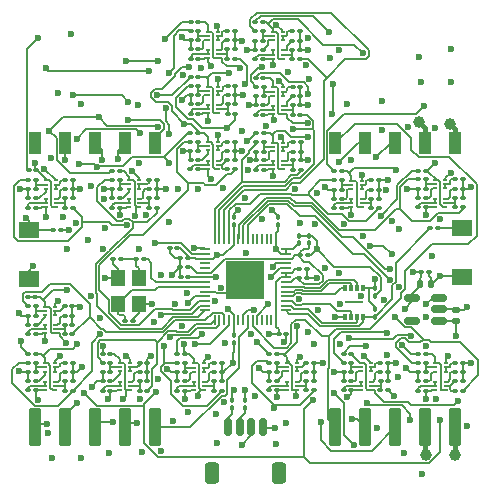
<source format=gbl>
G04 #@! TF.GenerationSoftware,KiCad,Pcbnew,7.0.10-7.0.10~ubuntu22.04.1*
G04 #@! TF.CreationDate,2024-07-08T11:58:00-07:00*
G04 #@! TF.ProjectId,driver_cplex_rp2040,64726976-6572-45f6-9370-6c65785f7270,rev?*
G04 #@! TF.SameCoordinates,Original*
G04 #@! TF.FileFunction,Copper,L6,Bot*
G04 #@! TF.FilePolarity,Positive*
%FSLAX46Y46*%
G04 Gerber Fmt 4.6, Leading zero omitted, Abs format (unit mm)*
G04 Created by KiCad (PCBNEW 7.0.10-7.0.10~ubuntu22.04.1) date 2024-07-08 11:58:00*
%MOMM*%
%LPD*%
G01*
G04 APERTURE LIST*
G04 Aperture macros list*
%AMRoundRect*
0 Rectangle with rounded corners*
0 $1 Rounding radius*
0 $2 $3 $4 $5 $6 $7 $8 $9 X,Y pos of 4 corners*
0 Add a 4 corners polygon primitive as box body*
4,1,4,$2,$3,$4,$5,$6,$7,$8,$9,$2,$3,0*
0 Add four circle primitives for the rounded corners*
1,1,$1+$1,$2,$3*
1,1,$1+$1,$4,$5*
1,1,$1+$1,$6,$7*
1,1,$1+$1,$8,$9*
0 Add four rect primitives between the rounded corners*
20,1,$1+$1,$2,$3,$4,$5,0*
20,1,$1+$1,$4,$5,$6,$7,0*
20,1,$1+$1,$6,$7,$8,$9,0*
20,1,$1+$1,$8,$9,$2,$3,0*%
G04 Aperture macros list end*
G04 #@! TA.AperFunction,SMDPad,CuDef*
%ADD10RoundRect,0.100000X0.130000X0.100000X-0.130000X0.100000X-0.130000X-0.100000X0.130000X-0.100000X0*%
G04 #@! TD*
G04 #@! TA.AperFunction,SMDPad,CuDef*
%ADD11RoundRect,0.100000X-0.130000X-0.100000X0.130000X-0.100000X0.130000X0.100000X-0.130000X0.100000X0*%
G04 #@! TD*
G04 #@! TA.AperFunction,SMDPad,CuDef*
%ADD12R,0.350000X0.200000*%
G04 #@! TD*
G04 #@! TA.AperFunction,SMDPad,CuDef*
%ADD13RoundRect,0.140000X-0.140000X-0.170000X0.140000X-0.170000X0.140000X0.170000X-0.140000X0.170000X0*%
G04 #@! TD*
G04 #@! TA.AperFunction,SMDPad,CuDef*
%ADD14RoundRect,0.150000X0.150000X0.625000X-0.150000X0.625000X-0.150000X-0.625000X0.150000X-0.625000X0*%
G04 #@! TD*
G04 #@! TA.AperFunction,SMDPad,CuDef*
%ADD15RoundRect,0.250000X0.350000X0.650000X-0.350000X0.650000X-0.350000X-0.650000X0.350000X-0.650000X0*%
G04 #@! TD*
G04 #@! TA.AperFunction,SMDPad,CuDef*
%ADD16R,1.800000X1.350000*%
G04 #@! TD*
G04 #@! TA.AperFunction,SMDPad,CuDef*
%ADD17RoundRect,0.102000X-0.408000X-1.483000X0.408000X-1.483000X0.408000X1.483000X-0.408000X1.483000X0*%
G04 #@! TD*
G04 #@! TA.AperFunction,SMDPad,CuDef*
%ADD18R,0.350000X0.490000*%
G04 #@! TD*
G04 #@! TA.AperFunction,SMDPad,CuDef*
%ADD19R,1.600000X0.200000*%
G04 #@! TD*
G04 #@! TA.AperFunction,SMDPad,CuDef*
%ADD20RoundRect,0.100000X-0.100000X0.130000X-0.100000X-0.130000X0.100000X-0.130000X0.100000X0.130000X0*%
G04 #@! TD*
G04 #@! TA.AperFunction,SMDPad,CuDef*
%ADD21R,1.200000X1.400000*%
G04 #@! TD*
G04 #@! TA.AperFunction,SMDPad,CuDef*
%ADD22RoundRect,0.100000X0.100000X-0.130000X0.100000X0.130000X-0.100000X0.130000X-0.100000X-0.130000X0*%
G04 #@! TD*
G04 #@! TA.AperFunction,SMDPad,CuDef*
%ADD23RoundRect,0.050000X0.050000X-0.387500X0.050000X0.387500X-0.050000X0.387500X-0.050000X-0.387500X0*%
G04 #@! TD*
G04 #@! TA.AperFunction,SMDPad,CuDef*
%ADD24RoundRect,0.050000X0.387500X-0.050000X0.387500X0.050000X-0.387500X0.050000X-0.387500X-0.050000X0*%
G04 #@! TD*
G04 #@! TA.AperFunction,SMDPad,CuDef*
%ADD25R,3.200000X3.200000*%
G04 #@! TD*
G04 #@! TA.AperFunction,SMDPad,CuDef*
%ADD26RoundRect,0.102000X-0.418000X-0.853000X0.418000X-0.853000X0.418000X0.853000X-0.418000X0.853000X0*%
G04 #@! TD*
G04 #@! TA.AperFunction,SMDPad,CuDef*
%ADD27RoundRect,0.150000X0.512500X0.150000X-0.512500X0.150000X-0.512500X-0.150000X0.512500X-0.150000X0*%
G04 #@! TD*
G04 #@! TA.AperFunction,SMDPad,CuDef*
%ADD28RoundRect,0.140000X0.170000X-0.140000X0.170000X0.140000X-0.170000X0.140000X-0.170000X-0.140000X0*%
G04 #@! TD*
G04 #@! TA.AperFunction,ViaPad*
%ADD29C,0.600000*%
G04 #@! TD*
G04 #@! TA.AperFunction,ViaPad*
%ADD30C,1.000000*%
G04 #@! TD*
G04 #@! TA.AperFunction,Conductor*
%ADD31C,0.130000*%
G04 #@! TD*
G04 #@! TA.AperFunction,Conductor*
%ADD32C,0.150000*%
G04 #@! TD*
G04 #@! TA.AperFunction,Conductor*
%ADD33C,0.400000*%
G04 #@! TD*
G04 #@! TA.AperFunction,Conductor*
%ADD34C,0.200000*%
G04 #@! TD*
G04 APERTURE END LIST*
D10*
X55355000Y-77340000D03*
X54715000Y-77340000D03*
X61688400Y-82125800D03*
X61048400Y-82125800D03*
X78945000Y-79000000D03*
X78305000Y-79000000D03*
X85265000Y-79770000D03*
X84625000Y-79770000D03*
X71485000Y-51720000D03*
X70845000Y-51720000D03*
D11*
X81435000Y-80560000D03*
X82075000Y-80560000D03*
D12*
X74335000Y-79810000D03*
X74335000Y-80160000D03*
X74335000Y-80510000D03*
X73485000Y-80510000D03*
X73485000Y-80160000D03*
X73485000Y-79810000D03*
D11*
X70845000Y-52520000D03*
X71485000Y-52520000D03*
X87745000Y-65060000D03*
X88385000Y-65060000D03*
X87745000Y-65820000D03*
X88385000Y-65820000D03*
D10*
X52240000Y-79000000D03*
X51600000Y-79000000D03*
X86280000Y-68400000D03*
X85640000Y-68400000D03*
D11*
X60745000Y-71010000D03*
X61385000Y-71010000D03*
D13*
X84760000Y-73090000D03*
X85720000Y-73090000D03*
D12*
X60222400Y-79814400D03*
X60222400Y-80164400D03*
X60222400Y-80514400D03*
X59372400Y-80514400D03*
X59372400Y-80164400D03*
X59372400Y-79814400D03*
D10*
X52265000Y-66650000D03*
X51625000Y-66650000D03*
D11*
X84635000Y-81330000D03*
X85275000Y-81330000D03*
D12*
X53900000Y-76590000D03*
X53900000Y-76940000D03*
X53900000Y-77290000D03*
X53050000Y-77290000D03*
X53050000Y-76940000D03*
X53050000Y-76590000D03*
D10*
X82070000Y-82120000D03*
X81430000Y-82120000D03*
X65985000Y-63410000D03*
X65345000Y-63410000D03*
D12*
X86940000Y-81380000D03*
X86940000Y-81730000D03*
X86940000Y-82080000D03*
X86090000Y-82080000D03*
X86090000Y-81730000D03*
X86090000Y-81380000D03*
D11*
X68475000Y-53250000D03*
X69115000Y-53250000D03*
X74030000Y-62650000D03*
X74670000Y-62650000D03*
X61044200Y-80551000D03*
X61684200Y-80551000D03*
D14*
X71500000Y-85200000D03*
X70500000Y-85200000D03*
X69500000Y-85200000D03*
X68500000Y-85200000D03*
D15*
X72800000Y-89075000D03*
X67200000Y-89075000D03*
D11*
X70845000Y-53280000D03*
X71485000Y-53280000D03*
D12*
X60222400Y-81375000D03*
X60222400Y-81725000D03*
X60222400Y-82075000D03*
X59372400Y-82075000D03*
X59372400Y-81725000D03*
X59372400Y-81375000D03*
D10*
X85265000Y-63500000D03*
X84625000Y-63500000D03*
D11*
X58715000Y-65080000D03*
X59355000Y-65080000D03*
D16*
X88320000Y-68395000D03*
X88320000Y-72545000D03*
D10*
X59355000Y-66640000D03*
X58715000Y-66640000D03*
D12*
X86940000Y-79820000D03*
X86940000Y-80170000D03*
X86940000Y-80520000D03*
X86090000Y-80520000D03*
X86090000Y-80170000D03*
X86090000Y-79820000D03*
D11*
X70885000Y-57970000D03*
X71525000Y-57970000D03*
D12*
X67670000Y-57950000D03*
X67670000Y-58300000D03*
X67670000Y-58650000D03*
X66820000Y-58650000D03*
X66820000Y-58300000D03*
X66820000Y-57950000D03*
X67670000Y-56390000D03*
X67670000Y-56740000D03*
X67670000Y-57090000D03*
X66820000Y-57090000D03*
X66820000Y-56740000D03*
X66820000Y-56390000D03*
D11*
X73965000Y-52520000D03*
X74605000Y-52520000D03*
X84635000Y-80570000D03*
X85275000Y-80570000D03*
X81440000Y-81330000D03*
X82080000Y-81330000D03*
D10*
X67980000Y-82140000D03*
X67340000Y-82140000D03*
X88385000Y-66620000D03*
X87745000Y-66620000D03*
D12*
X61020000Y-65890000D03*
X61020000Y-66240000D03*
X61020000Y-66590000D03*
X60170000Y-66590000D03*
X60170000Y-66240000D03*
X60170000Y-65890000D03*
D10*
X71525000Y-58770000D03*
X70885000Y-58770000D03*
D11*
X74030000Y-61090000D03*
X74670000Y-61090000D03*
X65365000Y-57900000D03*
X66005000Y-57900000D03*
D12*
X80610000Y-79810000D03*
X80610000Y-80160000D03*
X80610000Y-80510000D03*
X79760000Y-80510000D03*
X79760000Y-80160000D03*
X79760000Y-79810000D03*
X86930000Y-64310000D03*
X86930000Y-64660000D03*
X86930000Y-65010000D03*
X86080000Y-65010000D03*
X86080000Y-64660000D03*
X86080000Y-64310000D03*
D10*
X66005000Y-55580000D03*
X65365000Y-55580000D03*
D11*
X64495000Y-70920000D03*
X65135000Y-70920000D03*
X51605000Y-80570000D03*
X52245000Y-80570000D03*
X68465000Y-61050000D03*
X69105000Y-61050000D03*
D10*
X52235000Y-77340000D03*
X51595000Y-77340000D03*
X65995000Y-51690000D03*
X65355000Y-51690000D03*
D11*
X54745000Y-65850000D03*
X55385000Y-65850000D03*
D17*
X77620000Y-85217000D03*
X80160000Y-85217000D03*
X82700000Y-85217000D03*
X85240000Y-85217000D03*
X87780000Y-85217000D03*
D10*
X71530000Y-56410000D03*
X70890000Y-56410000D03*
X65985000Y-61050000D03*
X65345000Y-61050000D03*
X74605000Y-54080000D03*
X73965000Y-54080000D03*
X85265000Y-64260000D03*
X84625000Y-64260000D03*
D11*
X68485000Y-57900000D03*
X69125000Y-57900000D03*
X80645000Y-65870000D03*
X81285000Y-65870000D03*
X59820000Y-76210000D03*
X60460000Y-76210000D03*
D10*
X52223200Y-74219200D03*
X51583200Y-74219200D03*
D11*
X54715000Y-75780000D03*
X55355000Y-75780000D03*
X64500000Y-71710000D03*
X65140000Y-71710000D03*
X87755000Y-80570000D03*
X88395000Y-80570000D03*
X63575000Y-70070000D03*
X64215000Y-70070000D03*
D10*
X55385000Y-66650000D03*
X54745000Y-66650000D03*
D11*
X68475000Y-51690000D03*
X69115000Y-51690000D03*
X77525000Y-65870000D03*
X78165000Y-65870000D03*
X54735000Y-80570000D03*
X55375000Y-80570000D03*
D12*
X61020000Y-64330000D03*
X61020000Y-64680000D03*
X61020000Y-65030000D03*
X60170000Y-65030000D03*
X60170000Y-64680000D03*
X60170000Y-64330000D03*
D10*
X71525000Y-55650000D03*
X70885000Y-55650000D03*
X71550000Y-63450000D03*
X70910000Y-63450000D03*
D12*
X53910000Y-79820000D03*
X53910000Y-80170000D03*
X53910000Y-80520000D03*
X53060000Y-80520000D03*
X53060000Y-80170000D03*
X53060000Y-79820000D03*
D10*
X78945000Y-79760000D03*
X78305000Y-79760000D03*
X58555000Y-82130000D03*
X57915000Y-82130000D03*
D11*
X58715000Y-65840000D03*
X59355000Y-65840000D03*
X68475000Y-52490000D03*
X69115000Y-52490000D03*
X65345000Y-61850000D03*
X65985000Y-61850000D03*
D18*
X79950000Y-75890000D03*
X79450000Y-75890000D03*
X78950000Y-75890000D03*
X78450000Y-75890000D03*
X78450000Y-73450000D03*
X78950000Y-73450000D03*
X79450000Y-73450000D03*
X79950000Y-73450000D03*
D19*
X79200000Y-74670000D03*
D11*
X87745000Y-64260000D03*
X88385000Y-64260000D03*
X64215000Y-80580000D03*
X64855000Y-80580000D03*
X54735000Y-81340000D03*
X55375000Y-81340000D03*
X65350000Y-62610000D03*
X65990000Y-62610000D03*
D10*
X85265000Y-66620000D03*
X84625000Y-66620000D03*
X75295000Y-70680000D03*
X74655000Y-70680000D03*
D11*
X68485000Y-57140000D03*
X69125000Y-57140000D03*
D20*
X74530000Y-69020000D03*
X74530000Y-69660000D03*
D10*
X65995000Y-54050000D03*
X65355000Y-54050000D03*
X59355000Y-63520000D03*
X58715000Y-63520000D03*
D11*
X68465000Y-62610000D03*
X69105000Y-62610000D03*
D12*
X53930000Y-64340000D03*
X53930000Y-64690000D03*
X53930000Y-65040000D03*
X53080000Y-65040000D03*
X53080000Y-64690000D03*
X53080000Y-64340000D03*
X53930000Y-65900000D03*
X53930000Y-66250000D03*
X53930000Y-66600000D03*
X53080000Y-66600000D03*
X53080000Y-66250000D03*
X53080000Y-65900000D03*
D16*
X51680000Y-72710000D03*
X51680000Y-68560000D03*
D21*
X60950000Y-72570000D03*
X60950000Y-74770000D03*
X59250000Y-74770000D03*
X59250000Y-72570000D03*
D22*
X80940000Y-74090000D03*
X80940000Y-73450000D03*
D10*
X78945000Y-82120000D03*
X78305000Y-82120000D03*
X75210000Y-72630000D03*
X74570000Y-72630000D03*
D11*
X74030000Y-61890000D03*
X74670000Y-61890000D03*
D12*
X67650000Y-61100000D03*
X67650000Y-61450000D03*
X67650000Y-61800000D03*
X66800000Y-61800000D03*
X66800000Y-61450000D03*
X66800000Y-61100000D03*
D11*
X57920000Y-80570000D03*
X58560000Y-80570000D03*
D12*
X80610000Y-81370000D03*
X80610000Y-81720000D03*
X80610000Y-82070000D03*
X79760000Y-82070000D03*
X79760000Y-81720000D03*
X79760000Y-81370000D03*
D11*
X78305000Y-80560000D03*
X78945000Y-80560000D03*
D10*
X78165000Y-66670000D03*
X77525000Y-66670000D03*
D11*
X65365000Y-57140000D03*
X66005000Y-57140000D03*
D17*
X52220000Y-85217000D03*
X54760000Y-85217000D03*
X57300000Y-85217000D03*
X59840000Y-85217000D03*
X62380000Y-85217000D03*
D11*
X61835000Y-65840000D03*
X62475000Y-65840000D03*
D10*
X85265000Y-79010000D03*
X84625000Y-79010000D03*
D11*
X61044200Y-79763600D03*
X61684200Y-79763600D03*
X51605000Y-81330000D03*
X52245000Y-81330000D03*
D12*
X53910000Y-81380000D03*
X53910000Y-81730000D03*
X53910000Y-82080000D03*
X53060000Y-82080000D03*
X53060000Y-81730000D03*
X53060000Y-81380000D03*
D11*
X74005000Y-56410000D03*
X74645000Y-56410000D03*
X64215000Y-81340000D03*
X64855000Y-81340000D03*
D23*
X72600000Y-76187500D03*
X72200000Y-76187500D03*
X71800000Y-76187500D03*
X71400000Y-76187500D03*
X71000000Y-76187500D03*
X70600000Y-76187500D03*
X70200000Y-76187500D03*
X69800000Y-76187500D03*
X69400000Y-76187500D03*
X69000000Y-76187500D03*
X68600000Y-76187500D03*
X68200000Y-76187500D03*
X67800000Y-76187500D03*
X67400000Y-76187500D03*
D24*
X66562500Y-75350000D03*
X66562500Y-74950000D03*
X66562500Y-74550000D03*
X66562500Y-74150000D03*
X66562500Y-73750000D03*
X66562500Y-73350000D03*
X66562500Y-72950000D03*
X66562500Y-72550000D03*
X66562500Y-72150000D03*
X66562500Y-71750000D03*
X66562500Y-71350000D03*
X66562500Y-70950000D03*
X66562500Y-70550000D03*
X66562500Y-70150000D03*
D23*
X67400000Y-69312500D03*
X67800000Y-69312500D03*
X68200000Y-69312500D03*
X68600000Y-69312500D03*
X69000000Y-69312500D03*
X69400000Y-69312500D03*
X69800000Y-69312500D03*
X70200000Y-69312500D03*
X70600000Y-69312500D03*
X71000000Y-69312500D03*
X71400000Y-69312500D03*
X71800000Y-69312500D03*
X72200000Y-69312500D03*
X72600000Y-69312500D03*
D24*
X73437500Y-70150000D03*
X73437500Y-70550000D03*
X73437500Y-70950000D03*
X73437500Y-71350000D03*
X73437500Y-71750000D03*
X73437500Y-72150000D03*
X73437500Y-72550000D03*
X73437500Y-72950000D03*
X73437500Y-73350000D03*
X73437500Y-73750000D03*
X73437500Y-74150000D03*
X73437500Y-74550000D03*
X73437500Y-74950000D03*
X73437500Y-75350000D03*
D25*
X70000000Y-72750000D03*
D10*
X78165000Y-63540000D03*
X77525000Y-63540000D03*
D12*
X73190000Y-56460000D03*
X73190000Y-56810000D03*
X73190000Y-57160000D03*
X72340000Y-57160000D03*
X72340000Y-56810000D03*
X72340000Y-56460000D03*
D10*
X71550000Y-60330000D03*
X70910000Y-60330000D03*
D22*
X69950000Y-83590000D03*
X69950000Y-82950000D03*
D11*
X70910000Y-61890000D03*
X71550000Y-61890000D03*
D10*
X65995000Y-50930000D03*
X65355000Y-50930000D03*
X81285000Y-66670000D03*
X80645000Y-66670000D03*
D20*
X75350000Y-69020000D03*
X75350000Y-69660000D03*
D11*
X61835000Y-65080000D03*
X62475000Y-65080000D03*
D12*
X73190000Y-58020000D03*
X73190000Y-58370000D03*
X73190000Y-58720000D03*
X72340000Y-58720000D03*
X72340000Y-58370000D03*
X72340000Y-58020000D03*
D11*
X57920000Y-81330000D03*
X58560000Y-81330000D03*
X68465000Y-61850000D03*
X69105000Y-61850000D03*
D12*
X73215000Y-61140000D03*
X73215000Y-61490000D03*
X73215000Y-61840000D03*
X72365000Y-61840000D03*
X72365000Y-61490000D03*
X72365000Y-61140000D03*
X67650000Y-62660000D03*
X67650000Y-63010000D03*
X67650000Y-63360000D03*
X66800000Y-63360000D03*
X66800000Y-63010000D03*
X66800000Y-62660000D03*
D11*
X61835000Y-64280000D03*
X62475000Y-64280000D03*
D10*
X75790000Y-82120000D03*
X75150000Y-82120000D03*
X52245000Y-79770000D03*
X51605000Y-79770000D03*
D20*
X72760000Y-67455000D03*
X72760000Y-68095000D03*
D10*
X64855000Y-82140000D03*
X64215000Y-82140000D03*
D11*
X51595000Y-76540000D03*
X52235000Y-76540000D03*
D12*
X73150000Y-51770000D03*
X73150000Y-52120000D03*
X73150000Y-52470000D03*
X72300000Y-52470000D03*
X72300000Y-52120000D03*
X72300000Y-51770000D03*
D10*
X59355000Y-64280000D03*
X58715000Y-64280000D03*
D11*
X87755000Y-81330000D03*
X88395000Y-81330000D03*
X87760000Y-79770000D03*
X88400000Y-79770000D03*
X70910000Y-62650000D03*
X71550000Y-62650000D03*
D12*
X73150000Y-53330000D03*
X73150000Y-53680000D03*
X73150000Y-54030000D03*
X72300000Y-54030000D03*
X72300000Y-53680000D03*
X72300000Y-53330000D03*
D11*
X74005000Y-57970000D03*
X74645000Y-57970000D03*
D10*
X69105000Y-63410000D03*
X68465000Y-63410000D03*
D11*
X70890000Y-57210000D03*
X71530000Y-57210000D03*
D10*
X64855000Y-79020000D03*
X64215000Y-79020000D03*
X78165000Y-64310000D03*
X77525000Y-64310000D03*
D11*
X73965000Y-53280000D03*
X74605000Y-53280000D03*
X75155000Y-79760000D03*
X75795000Y-79760000D03*
D12*
X53900000Y-75030000D03*
X53900000Y-75380000D03*
X53900000Y-75730000D03*
X53050000Y-75730000D03*
X53050000Y-75380000D03*
X53050000Y-75030000D03*
D26*
X77620000Y-61177000D03*
X80160000Y-61177000D03*
X82700000Y-61177000D03*
X85240000Y-61177000D03*
X87780000Y-61177000D03*
D11*
X80645000Y-64310000D03*
X81285000Y-64310000D03*
D10*
X69125000Y-58700000D03*
X68485000Y-58700000D03*
D11*
X64510000Y-72550000D03*
X65150000Y-72550000D03*
X67340000Y-80580000D03*
X67980000Y-80580000D03*
D10*
X72670000Y-82120000D03*
X72030000Y-82120000D03*
D12*
X66520000Y-79830000D03*
X66520000Y-80180000D03*
X66520000Y-80530000D03*
X65670000Y-80530000D03*
X65670000Y-80180000D03*
X65670000Y-79830000D03*
X67660000Y-53300000D03*
X67660000Y-53650000D03*
X67660000Y-54000000D03*
X66810000Y-54000000D03*
X66810000Y-53650000D03*
X66810000Y-53300000D03*
D11*
X74005000Y-57210000D03*
X74645000Y-57210000D03*
X80645000Y-65110000D03*
X81285000Y-65110000D03*
D10*
X66005000Y-58700000D03*
X65365000Y-58700000D03*
X66005000Y-56340000D03*
X65365000Y-56340000D03*
X69115000Y-54050000D03*
X68475000Y-54050000D03*
X74670000Y-63450000D03*
X74030000Y-63450000D03*
D11*
X73965000Y-51720000D03*
X74605000Y-51720000D03*
X53705000Y-68570000D03*
X54345000Y-68570000D03*
X51625000Y-65850000D03*
X52265000Y-65850000D03*
D10*
X73445000Y-77300000D03*
X72805000Y-77300000D03*
D11*
X54715000Y-74980000D03*
X55355000Y-74980000D03*
D10*
X74645000Y-58770000D03*
X74005000Y-58770000D03*
D11*
X54745000Y-64290000D03*
X55385000Y-64290000D03*
X84625000Y-65820000D03*
X85265000Y-65820000D03*
D10*
X85275000Y-82130000D03*
X84635000Y-82130000D03*
D11*
X54735000Y-79770000D03*
X55375000Y-79770000D03*
X75150000Y-81320000D03*
X75790000Y-81320000D03*
X67340000Y-81350000D03*
X67980000Y-81350000D03*
D12*
X66520000Y-81390000D03*
X66520000Y-81740000D03*
X66520000Y-82090000D03*
X65670000Y-82090000D03*
X65670000Y-81740000D03*
X65670000Y-81390000D03*
X73215000Y-62700000D03*
X73215000Y-63050000D03*
X73215000Y-63400000D03*
X72365000Y-63400000D03*
X72365000Y-63050000D03*
X72365000Y-62700000D03*
D10*
X65985000Y-60290000D03*
X65345000Y-60290000D03*
D12*
X79830000Y-64360000D03*
X79830000Y-64710000D03*
X79830000Y-65060000D03*
X78980000Y-65060000D03*
X78980000Y-64710000D03*
X78980000Y-64360000D03*
D22*
X69000000Y-78075000D03*
X69000000Y-77435000D03*
D11*
X51595000Y-75780000D03*
X52235000Y-75780000D03*
X67340000Y-79780000D03*
X67980000Y-79780000D03*
D10*
X71550000Y-61090000D03*
X70910000Y-61090000D03*
X62475000Y-66640000D03*
X61835000Y-66640000D03*
D11*
X54745000Y-65090000D03*
X55385000Y-65090000D03*
D10*
X72670000Y-79000000D03*
X72030000Y-79000000D03*
X71485000Y-50960000D03*
X70845000Y-50960000D03*
D20*
X69010000Y-67435000D03*
X69010000Y-68075000D03*
D11*
X65355000Y-53250000D03*
X65995000Y-53250000D03*
X72030000Y-80560000D03*
X72670000Y-80560000D03*
D26*
X52220000Y-61177000D03*
X54760000Y-61177000D03*
X57300000Y-61177000D03*
X59840000Y-61177000D03*
X62380000Y-61177000D03*
D11*
X72030000Y-81320000D03*
X72670000Y-81320000D03*
D10*
X71485000Y-54080000D03*
X70845000Y-54080000D03*
D11*
X81430000Y-79760000D03*
X82070000Y-79760000D03*
X61048400Y-81338400D03*
X61688400Y-81338400D03*
D10*
X59445000Y-71010000D03*
X58805000Y-71010000D03*
X72670000Y-79760000D03*
X72030000Y-79760000D03*
D11*
X84625000Y-65060000D03*
X85265000Y-65060000D03*
X77525000Y-65110000D03*
X78165000Y-65110000D03*
D22*
X68830000Y-83600000D03*
X68830000Y-82960000D03*
D11*
X54715000Y-76550000D03*
X55355000Y-76550000D03*
D27*
X86358500Y-74303200D03*
X86358500Y-75253200D03*
X86358500Y-76203200D03*
X84083500Y-76203200D03*
X84083500Y-74303200D03*
D12*
X67660000Y-51740000D03*
X67660000Y-52090000D03*
X67660000Y-52440000D03*
X66810000Y-52440000D03*
X66810000Y-52090000D03*
X66810000Y-51740000D03*
D11*
X65355000Y-52490000D03*
X65995000Y-52490000D03*
D12*
X86930000Y-65870000D03*
X86930000Y-66220000D03*
X86930000Y-66570000D03*
X86080000Y-66570000D03*
X86080000Y-66220000D03*
X86080000Y-65870000D03*
D10*
X75210000Y-71870000D03*
X74570000Y-71870000D03*
D11*
X68485000Y-56340000D03*
X69125000Y-56340000D03*
D10*
X55375000Y-82130000D03*
X54735000Y-82130000D03*
X52265000Y-64290000D03*
X51625000Y-64290000D03*
D12*
X79830000Y-65920000D03*
X79830000Y-66270000D03*
X79830000Y-66620000D03*
X78980000Y-66620000D03*
X78980000Y-66270000D03*
X78980000Y-65920000D03*
D10*
X52235000Y-74980000D03*
X51595000Y-74980000D03*
D11*
X51645000Y-63490000D03*
X52285000Y-63490000D03*
D10*
X58560000Y-79763600D03*
X57920000Y-79763600D03*
X88395000Y-82130000D03*
X87755000Y-82130000D03*
D11*
X78305000Y-81320000D03*
X78945000Y-81320000D03*
D10*
X52245000Y-82120000D03*
X51605000Y-82120000D03*
D11*
X51625000Y-65090000D03*
X52265000Y-65090000D03*
D28*
X87870000Y-76240000D03*
X87870000Y-75280000D03*
D20*
X80930000Y-75245000D03*
X80930000Y-75885000D03*
D10*
X58565000Y-79000000D03*
X57925000Y-79000000D03*
X85545000Y-72130000D03*
X84905000Y-72130000D03*
X64855000Y-79780000D03*
X64215000Y-79780000D03*
D12*
X74335000Y-81370000D03*
X74335000Y-81720000D03*
X74335000Y-82070000D03*
X73485000Y-82070000D03*
X73485000Y-81720000D03*
X73485000Y-81370000D03*
D11*
X75150000Y-80560000D03*
X75790000Y-80560000D03*
D29*
X52223200Y-62861100D03*
X54922100Y-70150700D03*
X54817600Y-78088800D03*
X56069900Y-57871500D03*
X54922100Y-73594400D03*
X59854100Y-54244300D03*
X62586200Y-54225000D03*
X54575100Y-67419300D03*
X53620600Y-87815600D03*
X75140700Y-54586200D03*
X66240000Y-54820000D03*
X53291600Y-85738300D03*
X73626600Y-55178500D03*
X51039300Y-77897300D03*
X53086000Y-54830800D03*
X64702400Y-55388300D03*
X61839500Y-55067800D03*
X69734500Y-60184758D03*
X53407900Y-60178400D03*
X57604400Y-59009500D03*
X62628000Y-59774400D03*
X66343600Y-77360000D03*
X53514300Y-62399800D03*
X55720100Y-60790500D03*
X68134400Y-65021900D03*
X65945800Y-65106200D03*
X61073900Y-60342200D03*
X69951500Y-65785500D03*
X55928500Y-62964900D03*
X63557900Y-62869500D03*
X57404900Y-63219100D03*
X79955300Y-69040500D03*
X62541700Y-57129700D03*
X61578517Y-67288517D03*
X82371300Y-70551400D03*
X63180200Y-52395700D03*
X80539300Y-69863900D03*
X55641300Y-67911200D03*
X67437500Y-74513200D03*
X79807000Y-74132500D03*
X70960300Y-77978700D03*
X70069500Y-70456100D03*
X65090000Y-73844000D03*
X70149200Y-61037818D03*
X75306800Y-57018900D03*
X75279900Y-77180800D03*
X84025000Y-77539900D03*
X78728700Y-77704400D03*
X77092100Y-51787600D03*
X85107500Y-58031400D03*
X56360000Y-82370000D03*
X75745400Y-82911300D03*
X62403900Y-82273200D03*
X86510000Y-84649100D03*
X63899400Y-84673200D03*
X83941300Y-84620300D03*
X81448600Y-67345200D03*
X67466800Y-84149500D03*
X80311600Y-83194800D03*
X73413200Y-84895300D03*
X88739300Y-85123400D03*
X61219000Y-87339400D03*
X67599800Y-86592900D03*
X80220000Y-78395500D03*
X81099200Y-85262900D03*
X62863600Y-87246000D03*
X72595000Y-86687100D03*
X83403900Y-87395100D03*
X84981200Y-89231900D03*
X83289000Y-78255900D03*
X55716400Y-78226400D03*
X56925200Y-74136800D03*
X56672300Y-69385200D03*
X56116100Y-87800400D03*
X56944700Y-64800000D03*
X58026200Y-65895700D03*
X59654800Y-82866800D03*
X57707500Y-76026400D03*
X58082900Y-68351000D03*
X57957700Y-70127000D03*
X58454900Y-87404100D03*
X62607000Y-81122100D03*
X62256100Y-76303900D03*
X60653600Y-67388300D03*
X61025100Y-62839300D03*
X60880000Y-57920000D03*
X60960500Y-70154300D03*
X61050900Y-82884300D03*
X63254700Y-58228600D03*
X64830000Y-78213300D03*
X65991700Y-82617600D03*
X62850000Y-72370000D03*
X64260000Y-65100700D03*
X63557500Y-67871700D03*
X63529300Y-60413400D03*
X57980300Y-78354100D03*
X54119300Y-56942300D03*
X55409000Y-57139300D03*
X60080000Y-57660000D03*
X52446200Y-52255700D03*
X55265100Y-51983000D03*
X64620700Y-76674000D03*
X64013078Y-74768677D03*
X65100800Y-83920600D03*
X64835100Y-59534600D03*
X65183400Y-54744200D03*
X68291800Y-78131700D03*
X68179300Y-83057500D03*
X68628700Y-55270900D03*
X67955100Y-73407100D03*
X70500900Y-77302900D03*
X71431200Y-67599700D03*
X70788400Y-82553300D03*
X70246400Y-63488900D03*
X69573400Y-54824100D03*
X74226900Y-65075900D03*
X75360700Y-55741100D03*
X71730400Y-59698700D03*
X74645700Y-67934500D03*
X74511100Y-74398700D03*
X74285400Y-82602400D03*
X74381100Y-76705500D03*
X75272900Y-52304000D03*
X77122300Y-53936500D03*
X75889200Y-68043100D03*
X76020600Y-65403300D03*
X77347000Y-58739000D03*
X75782400Y-78181500D03*
X76122300Y-75305100D03*
X76717500Y-71722200D03*
X77395200Y-56145300D03*
X75286000Y-60656000D03*
X79210000Y-86708900D03*
X78320600Y-67988100D03*
X77915000Y-53326000D03*
X77500000Y-82300000D03*
X78010000Y-78210000D03*
X78563700Y-57877900D03*
X77964600Y-74834400D03*
X78898800Y-62600000D03*
X75269700Y-59499600D03*
X77943300Y-72212200D03*
X81590200Y-57594000D03*
X81942600Y-65155400D03*
X81598500Y-60105100D03*
X81968900Y-79127100D03*
X79964300Y-53568600D03*
X82446483Y-67746483D03*
X81708400Y-74442700D03*
X82999434Y-68447046D03*
X82734200Y-63418700D03*
X84897300Y-56003600D03*
X83797000Y-59823700D03*
X82914500Y-81015000D03*
X83002300Y-73350100D03*
X84715700Y-53849700D03*
X86013100Y-62889100D03*
X86100000Y-82851900D03*
X86501800Y-67592700D03*
X85292400Y-78363400D03*
X87396600Y-53201600D03*
X85257600Y-75907100D03*
X87408800Y-56005200D03*
X85791500Y-70776800D03*
X86022613Y-59883468D03*
X73250000Y-78010000D03*
X56010000Y-65090000D03*
X62060000Y-74770000D03*
X75290000Y-62650000D03*
X86510000Y-72410000D03*
X75320000Y-57970000D03*
X69750000Y-61850000D03*
X73030000Y-60620000D03*
X89140000Y-79770000D03*
D30*
X85250000Y-87575000D03*
D29*
X72860000Y-55900000D03*
X60360000Y-63500000D03*
X74610000Y-79300000D03*
X58120000Y-72570000D03*
X76060000Y-70180000D03*
X67680000Y-55770000D03*
X69750000Y-52500000D03*
X76550000Y-79760000D03*
X63780000Y-72380000D03*
X51379700Y-67480300D03*
X52980000Y-63340000D03*
X72260000Y-66810000D03*
X69780000Y-57140000D03*
X77590000Y-75890000D03*
X66840800Y-79304000D03*
X63280000Y-65080000D03*
X69410000Y-66810000D03*
X54320000Y-79210000D03*
X56010000Y-75090000D03*
X79830000Y-63850000D03*
X80040000Y-79240000D03*
X72475000Y-85300000D03*
X72630000Y-51180000D03*
X75320000Y-53280000D03*
X88727500Y-75097500D03*
X61990000Y-79190000D03*
X89080000Y-64860000D03*
X67650000Y-60470000D03*
D30*
X84736400Y-59380000D03*
D29*
X59910000Y-79170000D03*
X82090000Y-64320000D03*
X56180000Y-80140000D03*
X76030000Y-72640000D03*
X70000000Y-72750000D03*
X87155000Y-79235000D03*
X82760000Y-79780000D03*
X68915000Y-79795000D03*
X54160000Y-74550000D03*
X87365000Y-63695000D03*
X67610000Y-51230000D03*
X57000000Y-81790000D03*
X70360000Y-62650000D03*
X71970000Y-77300000D03*
X57990000Y-65080000D03*
X70280000Y-57970000D03*
X76730000Y-64890000D03*
X64600000Y-57570000D03*
X64720000Y-61860000D03*
X72600000Y-70160000D03*
X50815000Y-80475000D03*
X52035000Y-71615000D03*
X70140000Y-53270000D03*
X50890000Y-65090000D03*
X50810000Y-75550000D03*
X80940000Y-72700000D03*
X63360000Y-80280000D03*
X77540000Y-80560000D03*
X83480000Y-75190000D03*
X83680000Y-65060000D03*
X67520000Y-72550000D03*
X67580000Y-70660000D03*
X83600000Y-80210000D03*
X55100000Y-68570000D03*
X71125000Y-80215000D03*
X84160000Y-72130000D03*
X64590000Y-52170000D03*
X68510000Y-75230000D03*
X72460000Y-59252900D03*
X67050000Y-64190000D03*
X58325000Y-82825000D03*
X72300000Y-54570000D03*
X72365000Y-63975000D03*
X78980000Y-67250000D03*
X69725000Y-86700000D03*
X66820000Y-59340000D03*
X78611800Y-82716200D03*
X64875000Y-82875000D03*
X85250000Y-82850000D03*
X52400000Y-82900000D03*
X85325000Y-74825000D03*
X87850000Y-77475000D03*
X85265000Y-67260000D03*
D30*
X87775000Y-87575000D03*
D29*
X72670002Y-82700000D03*
X59355000Y-67280000D03*
X53080000Y-67400000D03*
D30*
X87350000Y-59575000D03*
D29*
X53050000Y-77925000D03*
X67110000Y-54650000D03*
X87985000Y-82981000D03*
X79056300Y-84507700D03*
X77914900Y-62807000D03*
X71947700Y-74832700D03*
X70750500Y-75292700D03*
X76384200Y-84766300D03*
X81073100Y-62396000D03*
X60861300Y-84896800D03*
X60094300Y-59190800D03*
X59175000Y-62543100D03*
X58773000Y-84785100D03*
X57893000Y-62572900D03*
X55724600Y-83198400D03*
X53163500Y-84920500D03*
X54696800Y-62569000D03*
X72180000Y-72530000D03*
X69960000Y-82080000D03*
X69070000Y-82080000D03*
X72350000Y-71630000D03*
X65714667Y-78213300D03*
X59933200Y-68105800D03*
X57714500Y-77370200D03*
X63649700Y-77607000D03*
X63106400Y-78316400D03*
X62892400Y-75712500D03*
X68436961Y-59894435D03*
X65116483Y-74743517D03*
X69926200Y-56138900D03*
X62357400Y-69672400D03*
X63502300Y-55254400D03*
X65686900Y-70094400D03*
X72417700Y-83567200D03*
X71360600Y-54714300D03*
X74022600Y-59993100D03*
X81987700Y-77263200D03*
X82225800Y-71859100D03*
X82578600Y-82591600D03*
X82210800Y-72748400D03*
X82630100Y-75914300D03*
D31*
X59340000Y-75770000D02*
X59690000Y-75770000D01*
X59250000Y-74770000D02*
X60400000Y-73620000D01*
X59250000Y-74770000D02*
X59250000Y-75680000D01*
X62620000Y-73350000D02*
X66562500Y-73350000D01*
X59690000Y-75770000D02*
X59820000Y-75900000D01*
X62350000Y-73620000D02*
X62620000Y-73350000D01*
X60400000Y-73620000D02*
X62350000Y-73620000D01*
X59250000Y-75680000D02*
X59340000Y-75770000D01*
X59820000Y-75900000D02*
X59820000Y-76210000D01*
X60745000Y-71555000D02*
X60745000Y-71010000D01*
X60950000Y-71760000D02*
X60745000Y-71555000D01*
X59445000Y-71010000D02*
X60745000Y-71010000D01*
X60950000Y-72570000D02*
X60950000Y-71760000D01*
X53505000Y-66450000D02*
X53505000Y-64490000D01*
X53080000Y-64340000D02*
X53080000Y-64200000D01*
X53930000Y-66600000D02*
X53655000Y-66600000D01*
X52327500Y-63490000D02*
X52285000Y-63490000D01*
X53655000Y-66600000D02*
X53505000Y-66450000D01*
X53355000Y-64340000D02*
X53080000Y-64340000D01*
X53080000Y-64200000D02*
X52370000Y-63490000D01*
X53505000Y-64490000D02*
X53355000Y-64340000D01*
X52370000Y-63490000D02*
X52327500Y-63490000D01*
X52327500Y-63490000D02*
X52223200Y-63385700D01*
X52223200Y-63385700D02*
X52223200Y-62861100D01*
X53050000Y-74640000D02*
X53050000Y-75030000D01*
X53625000Y-77290000D02*
X53520000Y-77185000D01*
X59854100Y-54244300D02*
X59873400Y-54225000D01*
X52839600Y-74429600D02*
X53674800Y-73594400D01*
X52223200Y-74219200D02*
X52629200Y-74219200D01*
X53900000Y-77290000D02*
X53625000Y-77290000D01*
X52223200Y-74219200D02*
X51583200Y-74219200D01*
X59873400Y-54225000D02*
X62586200Y-54225000D01*
X53360000Y-75030000D02*
X53050000Y-75030000D01*
X53900000Y-77290000D02*
X54266900Y-77290000D01*
X53520000Y-75190000D02*
X53360000Y-75030000D01*
X54266900Y-77290000D02*
X54266900Y-77538100D01*
X53674800Y-73594400D02*
X54922100Y-73594400D01*
X52839600Y-74429600D02*
X53050000Y-74640000D01*
X52629200Y-74219200D02*
X52839600Y-74429600D01*
X53520000Y-77185000D02*
X53520000Y-75190000D01*
X54266900Y-77538100D02*
X54817600Y-78088800D01*
X51600000Y-79000000D02*
X51039300Y-78439300D01*
X53086000Y-54830800D02*
X53323000Y-55067800D01*
X53323000Y-55067800D02*
X61839500Y-55067800D01*
X51039300Y-78439300D02*
X51039300Y-77897300D01*
X57604400Y-59009500D02*
X58310300Y-59715400D01*
X55183900Y-63751700D02*
X58483300Y-63751700D01*
X62569000Y-59715400D02*
X62628000Y-59774400D01*
X53407900Y-60178400D02*
X54576800Y-59009500D01*
X53407900Y-60178400D02*
X54012200Y-60782700D01*
X58483300Y-63751700D02*
X58715000Y-63520000D01*
X58310300Y-59715400D02*
X62569000Y-59715400D01*
X54012200Y-62580000D02*
X55183900Y-63751700D01*
X54012200Y-60782700D02*
X54012200Y-62580000D01*
X54576800Y-59009500D02*
X57604400Y-59009500D01*
X64215000Y-77975000D02*
X64215000Y-79020000D01*
X64491300Y-77698700D02*
X64215000Y-77975000D01*
X66004900Y-77698700D02*
X64491300Y-77698700D01*
X56525700Y-59984900D02*
X60716600Y-59984900D01*
X66343600Y-77360000D02*
X66004900Y-77698700D01*
X55720100Y-60790500D02*
X56525700Y-59984900D01*
X60716600Y-59984900D02*
X61073900Y-60342200D01*
X65345000Y-60290000D02*
X65148600Y-60290000D01*
X65148600Y-60290000D02*
X63089800Y-62348800D01*
X63089800Y-62348800D02*
X63557900Y-62816900D01*
X63088400Y-62347400D02*
X60362600Y-62347400D01*
X59627900Y-63082100D02*
X57541900Y-63082100D01*
X57541900Y-63082100D02*
X57404900Y-63219100D01*
X63089800Y-62348800D02*
X63088400Y-62347400D01*
X63557900Y-62816900D02*
X63557900Y-62869500D01*
X57150700Y-62964900D02*
X55928500Y-62964900D01*
X60362600Y-62347400D02*
X59627900Y-63082100D01*
X57404900Y-63219100D02*
X57150700Y-62964900D01*
X65365000Y-55580000D02*
X63815300Y-57129700D01*
X63815300Y-57129700D02*
X62541700Y-57129700D01*
X65355000Y-50930000D02*
X64645900Y-50930000D01*
X64645900Y-50930000D02*
X63180200Y-52395700D01*
X80539300Y-69864000D02*
X80539300Y-69863900D01*
X82371300Y-70551400D02*
X81683900Y-69864000D01*
X81683900Y-69864000D02*
X80539300Y-69864000D01*
X72030000Y-79000000D02*
X71981600Y-79000000D01*
X71981600Y-79000000D02*
X70960300Y-77978700D01*
X70149200Y-61037818D02*
X70202182Y-61037818D01*
X70202182Y-61037818D02*
X70910000Y-60330000D01*
X72958800Y-55247500D02*
X73727500Y-56016200D01*
X70885000Y-55650000D02*
X70885000Y-55563900D01*
X70885000Y-55563900D02*
X71201400Y-55247500D01*
X71201400Y-55247500D02*
X72958800Y-55247500D01*
X75306800Y-56387100D02*
X75306800Y-57018900D01*
X74935900Y-56016200D02*
X75306800Y-56387100D01*
X73727500Y-56016200D02*
X74935900Y-56016200D01*
X70845000Y-50960000D02*
X70845000Y-50875200D01*
X82466800Y-77776500D02*
X78800800Y-77776500D01*
X82851300Y-77392000D02*
X82466800Y-77776500D01*
X71296900Y-50423300D02*
X75727800Y-50423300D01*
X83877100Y-77392000D02*
X82851300Y-77392000D01*
X70845000Y-50875200D02*
X71296900Y-50423300D01*
X78800800Y-77776500D02*
X78728700Y-77704400D01*
X75727800Y-50423300D02*
X77092100Y-51787600D01*
X84025000Y-77539900D02*
X83877100Y-77392000D01*
X74948200Y-87739700D02*
X62588100Y-87739700D01*
X84464400Y-58674500D02*
X85107500Y-58031400D01*
X74948200Y-83708500D02*
X75745400Y-82911300D01*
X75506900Y-88298400D02*
X74948200Y-87739700D01*
X61417300Y-83259800D02*
X62403900Y-82273200D01*
X62588100Y-87739700D02*
X61417300Y-86568900D01*
X76898500Y-62913500D02*
X76898500Y-60131400D01*
X85539600Y-88298400D02*
X75506900Y-88298400D01*
X78355400Y-58674500D02*
X84464400Y-58674500D01*
X77525000Y-63540000D02*
X76898500Y-62913500D01*
X74948200Y-87739700D02*
X74948200Y-83708500D01*
X76898500Y-60131400D02*
X78355400Y-58674500D01*
X56360000Y-82370000D02*
X57400300Y-83410300D01*
X61417300Y-83410300D02*
X61417300Y-83259800D01*
X61417300Y-86568900D02*
X61417300Y-83410300D01*
X86510000Y-87328000D02*
X85539600Y-88298400D01*
X57400300Y-83410300D02*
X61417300Y-83410300D01*
X86510000Y-84649100D02*
X86510000Y-87328000D01*
X83941300Y-84082800D02*
X83941300Y-84620300D01*
X84625000Y-63500000D02*
X84080000Y-63500000D01*
X80507600Y-83390800D02*
X83249300Y-83390800D01*
X82845000Y-64735000D02*
X82845000Y-65948800D01*
X82845000Y-65948800D02*
X81448600Y-67345200D01*
X83249300Y-83390800D02*
X83941300Y-84082800D01*
X80311600Y-83194800D02*
X80507600Y-83390800D01*
X84080000Y-63500000D02*
X82845000Y-64735000D01*
X78305000Y-79000000D02*
X78305000Y-78956200D01*
X78305000Y-78956200D02*
X78865700Y-78395500D01*
X78865700Y-78395500D02*
X80220000Y-78395500D01*
X84043100Y-79010000D02*
X83289000Y-78255900D01*
X84625000Y-79010000D02*
X84043100Y-79010000D01*
X52240000Y-79000000D02*
X52700000Y-79000000D01*
X53680000Y-82080000D02*
X53490000Y-81890000D01*
X55716400Y-78226400D02*
X55364000Y-78578800D01*
X53481200Y-78578800D02*
X52880000Y-79180000D01*
X52880000Y-79180000D02*
X53060000Y-79360000D01*
X53910000Y-82080000D02*
X53680000Y-82080000D01*
X55364000Y-78578800D02*
X53481200Y-78578800D01*
X53490000Y-80020000D02*
X53290000Y-79820000D01*
X53290000Y-79820000D02*
X53060000Y-79820000D01*
X53490000Y-81890000D02*
X53490000Y-80020000D01*
X52700000Y-79000000D02*
X52880000Y-79180000D01*
X53060000Y-79360000D02*
X53060000Y-79820000D01*
X58880000Y-79000000D02*
X59372400Y-79492400D01*
X59677400Y-79814400D02*
X59372400Y-79814400D01*
X59917400Y-82604200D02*
X59654800Y-82866800D01*
X60222400Y-82075000D02*
X59917400Y-82075000D01*
X59810000Y-79947000D02*
X59677400Y-79814400D01*
X59917400Y-82075000D02*
X59917400Y-82604200D01*
X59810000Y-81967600D02*
X59810000Y-79947000D01*
X59372400Y-79492400D02*
X59372400Y-79814400D01*
X59917400Y-82075000D02*
X59810000Y-81967600D01*
X58565000Y-79000000D02*
X58880000Y-79000000D01*
X60810000Y-66590000D02*
X61020000Y-66590000D01*
X59355000Y-63520000D02*
X59680000Y-63520000D01*
X60716300Y-67325600D02*
X60653600Y-67388300D01*
X60610000Y-66390000D02*
X60716300Y-66496300D01*
X60460000Y-64330000D02*
X60610000Y-64480000D01*
X60716300Y-66496300D02*
X60810000Y-66590000D01*
X60170000Y-64330000D02*
X60460000Y-64330000D01*
X59680000Y-63520000D02*
X60170000Y-64010000D01*
X60610000Y-64480000D02*
X60610000Y-66390000D01*
X60170000Y-64010000D02*
X60170000Y-64330000D01*
X60716300Y-66496300D02*
X60716300Y-67325600D01*
X65037500Y-79020000D02*
X65220000Y-79020000D01*
X63254700Y-59342100D02*
X63254700Y-58228600D01*
X65991700Y-82318300D02*
X65991700Y-82617600D01*
X65670000Y-79470000D02*
X65670000Y-79830000D01*
X66220000Y-82090000D02*
X66080000Y-81950000D01*
X66080000Y-81950000D02*
X66080000Y-79935000D01*
X66520000Y-82090000D02*
X66220000Y-82090000D01*
X66080000Y-79935000D02*
X65975000Y-79830000D01*
X64830000Y-78213300D02*
X64830000Y-78812500D01*
X66220000Y-82090000D02*
X65991700Y-82318300D01*
X63529300Y-59616700D02*
X63254700Y-59342100D01*
X64830000Y-78812500D02*
X65037500Y-79020000D01*
X64855000Y-79020000D02*
X65037500Y-79020000D01*
X63529300Y-60413400D02*
X63529300Y-59616700D01*
X65975000Y-79830000D02*
X65670000Y-79830000D01*
X65220000Y-79020000D02*
X65670000Y-79470000D01*
X57925000Y-79000000D02*
X57925000Y-78409400D01*
X60080000Y-57660000D02*
X59559300Y-57139300D01*
X57925000Y-78409400D02*
X57980300Y-78354100D01*
X59559300Y-57139300D02*
X55409000Y-57139300D01*
X51489700Y-63334700D02*
X51489700Y-53212200D01*
X51645000Y-63490000D02*
X51489700Y-63334700D01*
X51489700Y-53212200D02*
X52446200Y-52255700D01*
X65985000Y-60290000D02*
X66146200Y-60290000D01*
X66146200Y-60290000D02*
X65390800Y-59534600D01*
X67650000Y-63360000D02*
X67410000Y-63360000D01*
X64590400Y-54744200D02*
X64013000Y-55321600D01*
X67250000Y-63200000D02*
X67250000Y-61300000D01*
X63746600Y-58024800D02*
X63746600Y-58446100D01*
X62441700Y-57736700D02*
X63458500Y-57736700D01*
X62011000Y-56921200D02*
X62011000Y-57306000D01*
X67250000Y-61300000D02*
X67050000Y-61100000D01*
X64013000Y-55321600D02*
X64013000Y-55468900D01*
X62375900Y-56556300D02*
X62011000Y-56921200D01*
X62925600Y-56556300D02*
X62375900Y-56556300D01*
X67410000Y-63360000D02*
X67250000Y-63200000D01*
X63458500Y-57736700D02*
X63746600Y-58024800D01*
X66146200Y-60290000D02*
X66470000Y-60290000D01*
X67050000Y-61100000D02*
X66800000Y-61100000D01*
X65183400Y-54744200D02*
X64590400Y-54744200D01*
X65390800Y-59534600D02*
X64835100Y-59534600D01*
X66800000Y-60620000D02*
X66800000Y-61100000D01*
X62011000Y-57306000D02*
X62441700Y-57736700D01*
X63746600Y-58446100D02*
X64835100Y-59534600D01*
X64013000Y-55468900D02*
X62925600Y-56556300D01*
X66470000Y-60290000D02*
X66800000Y-60620000D01*
X67129100Y-55270900D02*
X68628700Y-55270900D01*
X66650000Y-55580000D02*
X66735000Y-55665000D01*
X66005000Y-55580000D02*
X66650000Y-55580000D01*
X66820000Y-56390000D02*
X67125000Y-56390000D01*
X66735000Y-55665000D02*
X66820000Y-55750000D01*
X66735000Y-55665000D02*
X67129100Y-55270900D01*
X67365000Y-58650000D02*
X67670000Y-58650000D01*
X67240000Y-56505000D02*
X67240000Y-58525000D01*
X67125000Y-56390000D02*
X67240000Y-56505000D01*
X66820000Y-55750000D02*
X66820000Y-56390000D01*
X67240000Y-58525000D02*
X67365000Y-58650000D01*
X66810000Y-51180000D02*
X66810000Y-51740000D01*
X67660000Y-54000000D02*
X68026900Y-54000000D01*
X66560000Y-50930000D02*
X66810000Y-51180000D01*
X68026900Y-54000000D02*
X68026900Y-54291900D01*
X67360000Y-54000000D02*
X67270000Y-53910000D01*
X67270000Y-51895000D02*
X67115000Y-51740000D01*
X67115000Y-51740000D02*
X66810000Y-51740000D01*
X67660000Y-54000000D02*
X67360000Y-54000000D01*
X68410500Y-54675500D02*
X69424800Y-54675500D01*
X65995000Y-50930000D02*
X66560000Y-50930000D01*
X68026900Y-54291900D02*
X68410500Y-54675500D01*
X69424800Y-54675500D02*
X69573400Y-54824100D01*
X67270000Y-53910000D02*
X67270000Y-51895000D01*
X73284000Y-79113900D02*
X74381100Y-78016800D01*
X73170000Y-79000000D02*
X73284000Y-79113900D01*
X72670000Y-79000000D02*
X73170000Y-79000000D01*
X74280100Y-82070000D02*
X74225200Y-82070000D01*
X73284000Y-79113900D02*
X73485000Y-79315000D01*
X74335000Y-82070000D02*
X74280100Y-82070000D01*
X74381100Y-78016800D02*
X74381100Y-76705500D01*
X74216200Y-82070000D02*
X74225200Y-82070000D01*
X73485000Y-79562500D02*
X73485000Y-79810000D01*
X73485000Y-79562500D02*
X73968100Y-80045600D01*
X73485000Y-79315000D02*
X73485000Y-79562500D01*
X74280100Y-82070000D02*
X74280100Y-82597100D01*
X74216200Y-82070000D02*
X73968100Y-82070000D01*
X73968100Y-80045600D02*
X73968100Y-82070000D01*
X74280100Y-82597100D02*
X74285400Y-82602400D01*
X72770000Y-63310000D02*
X72770000Y-61250000D01*
X73215000Y-63400000D02*
X72860000Y-63400000D01*
X73345400Y-60128100D02*
X73873300Y-60656000D01*
X72860000Y-63400000D02*
X72770000Y-63310000D01*
X72227500Y-60467500D02*
X72365000Y-60605000D01*
X71550000Y-60330000D02*
X72090000Y-60330000D01*
X72090000Y-60330000D02*
X72227500Y-60467500D01*
X77347000Y-58739000D02*
X77395200Y-58690800D01*
X73873300Y-60656000D02*
X75286000Y-60656000D01*
X72770000Y-61250000D02*
X72660000Y-61140000D01*
X72660000Y-61140000D02*
X72365000Y-61140000D01*
X72365000Y-60605000D02*
X72365000Y-61140000D01*
X77395200Y-58690800D02*
X77395200Y-56145300D01*
X72566900Y-60128100D02*
X73345400Y-60128100D01*
X72227500Y-60467500D02*
X72566900Y-60128100D01*
X73190000Y-58720000D02*
X73556900Y-58720000D01*
X72340000Y-55950000D02*
X72340000Y-56460000D01*
X72770000Y-58620000D02*
X72770000Y-56585000D01*
X72770000Y-56585000D02*
X72645000Y-56460000D01*
X77500000Y-82300000D02*
X78377000Y-83177000D01*
X73190000Y-58720000D02*
X72870000Y-58720000D01*
X71525000Y-55650000D02*
X72040000Y-55650000D01*
X72645000Y-56460000D02*
X72340000Y-56460000D01*
X78377000Y-83177000D02*
X78377000Y-85875900D01*
X73556900Y-58720000D02*
X73556900Y-59011900D01*
X73556900Y-59011900D02*
X74044600Y-59499600D01*
X74044600Y-59499600D02*
X75269700Y-59499600D01*
X72040000Y-55650000D02*
X72340000Y-55950000D01*
X78377000Y-85875900D02*
X79210000Y-86708900D01*
X72870000Y-58720000D02*
X72770000Y-58620000D01*
X72740000Y-53950000D02*
X72740000Y-51940000D01*
X72820000Y-54030000D02*
X72740000Y-53950000D01*
X72570000Y-51770000D02*
X72300000Y-51770000D01*
X73150000Y-54030000D02*
X72820000Y-54030000D01*
X71870600Y-51115600D02*
X72301300Y-50684900D01*
X74440500Y-50684900D02*
X76589600Y-52834000D01*
X72740000Y-51940000D02*
X72570000Y-51770000D01*
X79229700Y-52834000D02*
X79964300Y-53568600D01*
X76589600Y-52834000D02*
X79229700Y-52834000D01*
X71715000Y-50960000D02*
X71870600Y-51115600D01*
X71870600Y-51115600D02*
X72300000Y-51545000D01*
X71485000Y-50960000D02*
X71715000Y-50960000D01*
X72301300Y-50684900D02*
X74440500Y-50684900D01*
X72300000Y-51545000D02*
X72300000Y-51770000D01*
X82618200Y-63302700D02*
X82734200Y-63418700D01*
X78780000Y-63740000D02*
X79217300Y-63302700D01*
X79410000Y-66490000D02*
X79410000Y-64510000D01*
X78580000Y-63540000D02*
X78780000Y-63740000D01*
X78980000Y-63940000D02*
X78980000Y-64360000D01*
X79830000Y-66620000D02*
X79540000Y-66620000D01*
X79217300Y-63302700D02*
X82618200Y-63302700D01*
X78165000Y-63540000D02*
X78580000Y-63540000D01*
X79260000Y-64360000D02*
X78980000Y-64360000D01*
X79540000Y-66620000D02*
X79410000Y-66490000D01*
X79410000Y-64510000D02*
X79260000Y-64360000D01*
X78780000Y-63740000D02*
X78980000Y-63940000D01*
X85393600Y-63508600D02*
X85385000Y-63500000D01*
X85393600Y-63508600D02*
X86013100Y-62889100D01*
X86490000Y-64490000D02*
X86310000Y-64310000D01*
X86195000Y-64310000D02*
X86080000Y-64310000D01*
X86310000Y-64310000D02*
X86195000Y-64310000D01*
X86195000Y-64310000D02*
X85393600Y-63508600D01*
X86930000Y-66570000D02*
X86720000Y-66570000D01*
X86490000Y-66340000D02*
X86490000Y-64490000D01*
X85385000Y-63500000D02*
X85265000Y-63500000D01*
X86720000Y-66570000D02*
X86490000Y-66340000D01*
D32*
X60950000Y-74770000D02*
X62060000Y-74770000D01*
X73190000Y-56230000D02*
X72860000Y-55900000D01*
X69105000Y-61850000D02*
X69750000Y-61850000D01*
X67670000Y-55780000D02*
X67680000Y-55770000D01*
X74335000Y-79810000D02*
X74335000Y-79575000D01*
X61020000Y-64160000D02*
X60360000Y-63500000D01*
X74670000Y-61890000D02*
X74670000Y-62650000D01*
X74645000Y-57970000D02*
X75320000Y-57970000D01*
X66520000Y-79624800D02*
X66520000Y-79830000D01*
X59250000Y-72570000D02*
X58120000Y-72570000D01*
X88185000Y-72410000D02*
X86510000Y-72410000D01*
D33*
X85240000Y-87565000D02*
X85250000Y-87575000D01*
D32*
X85545000Y-72130000D02*
X85545000Y-72395000D01*
X67577100Y-73907100D02*
X68842900Y-73907100D01*
X58805000Y-71010000D02*
X58805000Y-71435000D01*
X69000000Y-78075000D02*
X69010000Y-78085000D01*
D31*
X55385000Y-65090000D02*
X55385000Y-65850000D01*
D32*
X82075000Y-81325000D02*
X82080000Y-81330000D01*
X60222400Y-79814400D02*
X60222400Y-79482400D01*
D31*
X62475000Y-64280000D02*
X62475000Y-65080000D01*
D32*
X85720000Y-73090000D02*
X85830000Y-73090000D01*
X55900000Y-74980000D02*
X56010000Y-75090000D01*
X55750000Y-80570000D02*
X56180000Y-80140000D01*
X72760000Y-67455000D02*
X72760000Y-67310000D01*
X75790000Y-80560000D02*
X75790000Y-81320000D01*
X73445000Y-77815000D02*
X73250000Y-78010000D01*
X75795000Y-79760000D02*
X75795000Y-79743000D01*
X67980000Y-80580000D02*
X68130000Y-80580000D01*
X76060000Y-69480000D02*
X76060000Y-70180000D01*
X88385000Y-65060000D02*
X88880000Y-65060000D01*
X64500000Y-72540000D02*
X64510000Y-72550000D01*
X82080000Y-64310000D02*
X82090000Y-64320000D01*
X55375000Y-80570000D02*
X55375000Y-81340000D01*
X73190000Y-56460000D02*
X73190000Y-56230000D01*
X72760000Y-67310000D02*
X72260000Y-66810000D01*
X74530000Y-69020000D02*
X75350000Y-69020000D01*
D31*
X62475000Y-65080000D02*
X62475000Y-65840000D01*
D32*
X78450000Y-75890000D02*
X77590000Y-75890000D01*
X69115000Y-51690000D02*
X69115000Y-52490000D01*
X80040000Y-79240000D02*
X80610000Y-79810000D01*
X60460000Y-76050000D02*
X60950000Y-75560000D01*
X74605000Y-51720000D02*
X74605000Y-52520000D01*
X51680000Y-67780600D02*
X51379700Y-67480300D01*
X82070000Y-79760000D02*
X82070000Y-80555000D01*
X88400000Y-79770000D02*
X88400000Y-80565000D01*
X81441900Y-72492000D02*
X81441900Y-73607800D01*
X55375000Y-79770000D02*
X55375000Y-80570000D01*
X61684200Y-80551000D02*
X61684200Y-81334200D01*
X79830000Y-64360000D02*
X79830000Y-63850000D01*
X52980000Y-63390000D02*
X52980000Y-63340000D01*
X58805000Y-71435000D02*
X59250000Y-71880000D01*
X67650000Y-60470000D02*
X67650000Y-61100000D01*
X61684200Y-81334200D02*
X61688400Y-81338400D01*
X81285000Y-64310000D02*
X82080000Y-64310000D01*
X80959700Y-74090000D02*
X80940000Y-74090000D01*
X67660000Y-51280000D02*
X67610000Y-51230000D01*
X75600000Y-69020000D02*
X76060000Y-69480000D01*
X87870000Y-75280000D02*
X88545000Y-75280000D01*
X82070000Y-80555000D02*
X82075000Y-80560000D01*
D33*
X85240000Y-59883600D02*
X85240000Y-61177000D01*
D32*
X51680000Y-68560000D02*
X51680000Y-67780600D01*
X61684200Y-79763600D02*
X61684200Y-80551000D01*
X51680000Y-68560000D02*
X53695000Y-68560000D01*
X60950000Y-75560000D02*
X60950000Y-74770000D01*
X68915000Y-78975000D02*
X68915000Y-79795000D01*
X88395000Y-80570000D02*
X88395000Y-81330000D01*
X67420000Y-73750000D02*
X67577100Y-73907100D01*
X63575000Y-70070000D02*
X63575000Y-70495000D01*
X75560000Y-70680000D02*
X76060000Y-70180000D01*
X53910000Y-79620000D02*
X54320000Y-79210000D01*
X75795000Y-79760000D02*
X76550000Y-79760000D01*
D31*
X55355000Y-74980000D02*
X55355000Y-75780000D01*
D32*
X55355000Y-74980000D02*
X55900000Y-74980000D01*
X69125000Y-57140000D02*
X69125000Y-57900000D01*
X64500000Y-71710000D02*
X64450000Y-71710000D01*
X88385000Y-65820000D02*
X88385000Y-65060000D01*
X86358500Y-75253200D02*
X87843200Y-75253200D01*
X82070000Y-79760000D02*
X82120000Y-79710000D01*
X53930000Y-64340000D02*
X52980000Y-63390000D01*
X86940000Y-79450000D02*
X87155000Y-79235000D01*
X73215000Y-60805000D02*
X73030000Y-60620000D01*
X80577600Y-71627700D02*
X81441900Y-72492000D01*
D31*
X55355000Y-75780000D02*
X55355000Y-76550000D01*
D32*
X88545000Y-75280000D02*
X88727500Y-75097500D01*
X74670000Y-62650000D02*
X75290000Y-62650000D01*
X64450000Y-71710000D02*
X63780000Y-72380000D01*
X53910000Y-79820000D02*
X53910000Y-79620000D01*
X74645000Y-56410000D02*
X74645000Y-57210000D01*
X53900000Y-74810000D02*
X54160000Y-74550000D01*
X75295000Y-70680000D02*
X75560000Y-70680000D01*
X85830000Y-73090000D02*
X86510000Y-72410000D01*
X61020000Y-64330000D02*
X61020000Y-64160000D01*
X85545000Y-72395000D02*
X85720000Y-72570000D01*
D31*
X55385000Y-65090000D02*
X55385000Y-64290000D01*
D32*
X64500000Y-71710000D02*
X64500000Y-72540000D01*
X86940000Y-79820000D02*
X86940000Y-79450000D01*
D33*
X85240000Y-85217000D02*
X85240000Y-87565000D01*
D32*
X82075000Y-80560000D02*
X82075000Y-81325000D01*
X88880000Y-65060000D02*
X89080000Y-64860000D01*
X85720000Y-72570000D02*
X85720000Y-73090000D01*
X74335000Y-79575000D02*
X74610000Y-79300000D01*
X82740000Y-79760000D02*
X82760000Y-79780000D01*
X74605000Y-53280000D02*
X75320000Y-53280000D01*
X76020000Y-72630000D02*
X76030000Y-72640000D01*
D31*
X62475000Y-64185000D02*
X62475000Y-64280000D01*
D32*
X73150000Y-51770000D02*
X73150000Y-51700000D01*
X74605000Y-52520000D02*
X74605000Y-53280000D01*
X55385000Y-65090000D02*
X56010000Y-65090000D01*
X55375000Y-80570000D02*
X55750000Y-80570000D01*
X69010000Y-78880000D02*
X68915000Y-78975000D01*
X67670000Y-56390000D02*
X67670000Y-55780000D01*
X63575000Y-70495000D02*
X64000000Y-70920000D01*
X56010000Y-65090000D02*
X56135000Y-65090000D01*
X69125000Y-56340000D02*
X69125000Y-57140000D01*
X81285000Y-65110000D02*
X81285000Y-65870000D01*
X66840800Y-79304000D02*
X66520000Y-79624800D01*
X74645000Y-57210000D02*
X74645000Y-57970000D01*
X67980000Y-79780000D02*
X67980000Y-80580000D01*
X64000000Y-70920000D02*
X64495000Y-70920000D01*
X74670000Y-61090000D02*
X74670000Y-61890000D01*
X60222400Y-79482400D02*
X59910000Y-79170000D01*
X71600000Y-85300000D02*
X71500000Y-85200000D01*
X87843200Y-75253200D02*
X87870000Y-75280000D01*
X69010000Y-78085000D02*
X69010000Y-78880000D01*
X61684200Y-79763600D02*
X61684200Y-79495800D01*
X53900000Y-75030000D02*
X53900000Y-74810000D01*
X75795000Y-80555000D02*
X75790000Y-80560000D01*
X82070000Y-79760000D02*
X82740000Y-79760000D01*
X69125000Y-57140000D02*
X69780000Y-57140000D01*
X73445000Y-77300000D02*
X73445000Y-77815000D01*
X81441900Y-73607800D02*
X80959700Y-74090000D01*
X62475000Y-65080000D02*
X63280000Y-65080000D01*
X73150000Y-51700000D02*
X72630000Y-51180000D01*
D34*
X71500000Y-85300000D02*
X71600000Y-85300000D01*
D32*
X86930000Y-64130000D02*
X87365000Y-63695000D01*
X69115000Y-52490000D02*
X69115000Y-53250000D01*
D34*
X71600000Y-85300000D02*
X72475000Y-85300000D01*
D32*
X88385000Y-65060000D02*
X88385000Y-64260000D01*
X69115000Y-52490000D02*
X69740000Y-52490000D01*
X75350000Y-69020000D02*
X75600000Y-69020000D01*
X75210000Y-71870000D02*
X75210000Y-72630000D01*
X69010000Y-67435000D02*
X69010000Y-67210000D01*
X61684200Y-79495800D02*
X61990000Y-79190000D01*
X66562500Y-73750000D02*
X67420000Y-73750000D01*
X88400000Y-80565000D02*
X88395000Y-80570000D01*
X88320000Y-72545000D02*
X88185000Y-72410000D01*
X88400000Y-79770000D02*
X89140000Y-79770000D01*
D33*
X84736400Y-59380000D02*
X85240000Y-59883600D01*
D32*
X69010000Y-67210000D02*
X69410000Y-66810000D01*
X76060000Y-70180000D02*
X77507700Y-71627700D01*
X59250000Y-71880000D02*
X59250000Y-72570000D01*
X68842900Y-73907100D02*
X70000000Y-72750000D01*
X69740000Y-52490000D02*
X69750000Y-52500000D01*
X53695000Y-68560000D02*
X53705000Y-68570000D01*
X60460000Y-76210000D02*
X60460000Y-76050000D01*
X81285000Y-64310000D02*
X81285000Y-65110000D01*
X64495000Y-70920000D02*
X64495000Y-71705000D01*
X69105000Y-61850000D02*
X69105000Y-62610000D01*
X69105000Y-61050000D02*
X69105000Y-61850000D01*
X77507700Y-71627700D02*
X80577600Y-71627700D01*
X68130000Y-80580000D02*
X68915000Y-79795000D01*
X64495000Y-71705000D02*
X64500000Y-71710000D01*
X67980000Y-80580000D02*
X67980000Y-81350000D01*
X75795000Y-79760000D02*
X75795000Y-80555000D01*
X56160000Y-65065000D02*
X56135000Y-65090000D01*
X67660000Y-51740000D02*
X67660000Y-51280000D01*
X75210000Y-72630000D02*
X76020000Y-72630000D01*
X73215000Y-61140000D02*
X73215000Y-60805000D01*
X86930000Y-64310000D02*
X86930000Y-64130000D01*
D31*
X70885000Y-57970000D02*
X70280000Y-57970000D01*
X57920000Y-81330000D02*
X57460000Y-81330000D01*
X84083500Y-74303200D02*
X84083500Y-74586500D01*
X73437500Y-70150000D02*
X74040000Y-70150000D01*
X64780000Y-52490000D02*
X64590000Y-52300000D01*
X58715000Y-65080000D02*
X57990000Y-65080000D01*
X65150000Y-72550000D02*
X66562500Y-72550000D01*
X72805000Y-77300000D02*
X71970000Y-77300000D01*
X65820000Y-70960000D02*
X65830000Y-70950000D01*
X65030000Y-57140000D02*
X64600000Y-57570000D01*
X70910000Y-61890000D02*
X70910000Y-62650000D01*
X80940000Y-73450000D02*
X80940000Y-72700000D01*
X64215000Y-80580000D02*
X63660000Y-80580000D01*
X73437500Y-72150000D02*
X73437500Y-72550000D01*
X74210000Y-71870000D02*
X74570000Y-71870000D01*
X83960000Y-80570000D02*
X83600000Y-80210000D01*
X54345000Y-68570000D02*
X55100000Y-68570000D01*
X65355000Y-52490000D02*
X65355000Y-53250000D01*
X67290000Y-70950000D02*
X67580000Y-70660000D01*
X65830000Y-70950000D02*
X66562500Y-70950000D01*
X84905000Y-72130000D02*
X84160000Y-72130000D01*
X68995000Y-77430000D02*
X69000000Y-77435000D01*
X64590000Y-52300000D02*
X64590000Y-52170000D01*
X72030000Y-80560000D02*
X71470000Y-80560000D01*
X65365000Y-57140000D02*
X65365000Y-57900000D01*
X69000000Y-69773900D02*
X69000000Y-69312500D01*
X70910000Y-62650000D02*
X70360000Y-62650000D01*
X84625000Y-65060000D02*
X83680000Y-65060000D01*
X76950000Y-65110000D02*
X77525000Y-65110000D01*
X69000000Y-75720000D02*
X68510000Y-75230000D01*
X84905000Y-72545000D02*
X84905000Y-72130000D01*
X65355000Y-52490000D02*
X64780000Y-52490000D01*
X51625000Y-65090000D02*
X51625000Y-65850000D01*
X66562500Y-70950000D02*
X67290000Y-70950000D01*
X64215000Y-70070000D02*
X64445000Y-70070000D01*
X72760000Y-68620000D02*
X72760000Y-68095000D01*
X51040000Y-75780000D02*
X50810000Y-75550000D01*
X57460000Y-81330000D02*
X57000000Y-81790000D01*
X78305000Y-80560000D02*
X77540000Y-80560000D01*
X84625000Y-65060000D02*
X84625000Y-65820000D01*
X76730000Y-64890000D02*
X76950000Y-65110000D01*
X65345000Y-62605000D02*
X65350000Y-62610000D01*
X64445000Y-70070000D02*
X65135000Y-70760000D01*
X72600000Y-76187500D02*
X72600000Y-76750000D01*
X70890000Y-57210000D02*
X70890000Y-57965000D01*
X84760000Y-73240000D02*
X84760000Y-73090000D01*
X51595000Y-75780000D02*
X51040000Y-75780000D01*
X73437500Y-70550000D02*
X73437500Y-70150000D01*
X65135000Y-70920000D02*
X65780000Y-70920000D01*
X51680000Y-72710000D02*
X51680000Y-71970000D01*
X64215000Y-81340000D02*
X64215000Y-80580000D01*
X70845000Y-53280000D02*
X70150000Y-53280000D01*
X84083500Y-73916500D02*
X84760000Y-73240000D01*
X84635000Y-80570000D02*
X83960000Y-80570000D01*
X80420000Y-74570000D02*
X80420000Y-73450000D01*
X72600000Y-69312500D02*
X72600000Y-68780000D01*
X68995000Y-77430000D02*
X68990000Y-77435000D01*
X51605000Y-80570000D02*
X50910000Y-80570000D01*
X70845000Y-52520000D02*
X70845000Y-53280000D01*
X69010000Y-68075000D02*
X69010000Y-69302500D01*
X80420000Y-73450000D02*
X80940000Y-73450000D01*
X72600000Y-76750000D02*
X72805000Y-76955000D01*
X65365000Y-57140000D02*
X65030000Y-57140000D01*
X84083500Y-74586500D02*
X83480000Y-75190000D01*
X65135000Y-70760000D02*
X65135000Y-70920000D01*
X84083500Y-74303200D02*
X84083500Y-73916500D01*
X73437500Y-72150000D02*
X73930000Y-72150000D01*
X73011000Y-72550000D02*
X73437500Y-72550000D01*
X71470000Y-80560000D02*
X71125000Y-80215000D01*
X72600000Y-69312500D02*
X72600000Y-70160000D01*
X51680000Y-71970000D02*
X52035000Y-71615000D01*
X73930000Y-72150000D02*
X74210000Y-71870000D01*
X72990000Y-70550000D02*
X72600000Y-70160000D01*
X74040000Y-70150000D02*
X74530000Y-69660000D01*
X84635000Y-80570000D02*
X84635000Y-81330000D01*
X69000000Y-76187500D02*
X69000000Y-77425000D01*
X72600000Y-68780000D02*
X72760000Y-68620000D01*
X69000000Y-77425000D02*
X68995000Y-77430000D01*
X78305000Y-80560000D02*
X78305000Y-81320000D01*
X72030000Y-80560000D02*
X72030000Y-81320000D01*
X72600000Y-72961000D02*
X73011000Y-72550000D01*
X68113900Y-70660000D02*
X69000000Y-69773900D01*
X72600000Y-76187500D02*
X72600000Y-72961000D01*
X70890000Y-57965000D02*
X70885000Y-57970000D01*
X67580000Y-70660000D02*
X68113900Y-70660000D01*
X65780000Y-70920000D02*
X65820000Y-70960000D01*
X63660000Y-80580000D02*
X63360000Y-80280000D01*
X80930000Y-75080000D02*
X80420000Y-74570000D01*
X77525000Y-65110000D02*
X77525000Y-65870000D01*
X51595000Y-75780000D02*
X51595000Y-76540000D01*
X84760000Y-73090000D02*
X84760000Y-72690000D01*
X79950000Y-73450000D02*
X80420000Y-73450000D01*
X51625000Y-65090000D02*
X50890000Y-65090000D01*
X64730000Y-61850000D02*
X64720000Y-61860000D01*
X58715000Y-65080000D02*
X58715000Y-65840000D01*
X84760000Y-72690000D02*
X84905000Y-72545000D01*
X69000000Y-76187500D02*
X69000000Y-75720000D01*
X70150000Y-53280000D02*
X70140000Y-53270000D01*
X72805000Y-76955000D02*
X72805000Y-77300000D01*
X57920000Y-80570000D02*
X57920000Y-81330000D01*
X69010000Y-69302500D02*
X69000000Y-69312500D01*
X66562500Y-72550000D02*
X67520000Y-72550000D01*
X73437500Y-70550000D02*
X72990000Y-70550000D01*
X65345000Y-61850000D02*
X64730000Y-61850000D01*
X65345000Y-61850000D02*
X65345000Y-62605000D01*
X73437500Y-70150000D02*
X73260000Y-70150000D01*
X50910000Y-80570000D02*
X50815000Y-80475000D01*
X80930000Y-75245000D02*
X80930000Y-75080000D01*
X51605000Y-80570000D02*
X51605000Y-81330000D01*
X76527800Y-72865900D02*
X76245300Y-73148400D01*
X74570100Y-72735100D02*
X74570100Y-72630000D01*
X75118800Y-73093100D02*
X74928100Y-73093100D01*
X74427500Y-70680000D02*
X74655000Y-70680000D01*
X76527800Y-72351500D02*
X76527800Y-72865900D01*
X75260000Y-70120000D02*
X75350000Y-70030000D01*
X74655000Y-70680000D02*
X74655000Y-70415000D01*
X66562500Y-72150000D02*
X67070000Y-72150000D01*
X74160000Y-72630000D02*
X74570000Y-72630000D01*
X73840000Y-72950000D02*
X74160000Y-72630000D01*
X65860000Y-72150000D02*
X66562500Y-72150000D01*
X73437500Y-72950000D02*
X73840000Y-72950000D01*
X74570100Y-72630000D02*
X74570000Y-72630000D01*
X74427500Y-70680000D02*
X74967700Y-71220200D01*
X75396500Y-71220200D02*
X76527800Y-72351500D01*
X74928100Y-73093100D02*
X74570100Y-72735100D01*
X65140000Y-71710000D02*
X65420000Y-71710000D01*
X74950000Y-70120000D02*
X75260000Y-70120000D01*
X75350000Y-70030000D02*
X75350000Y-69660000D01*
X65420000Y-71710000D02*
X65860000Y-72150000D01*
X74200000Y-70680000D02*
X74427500Y-70680000D01*
X74967700Y-71220200D02*
X75396500Y-71220200D01*
X68270000Y-70950000D02*
X73437500Y-70950000D01*
X74655000Y-70415000D02*
X74950000Y-70120000D01*
X73059200Y-72950000D02*
X73437500Y-72950000D01*
X73437500Y-70950000D02*
X73930000Y-70950000D01*
X75174100Y-73148400D02*
X75118800Y-73093100D01*
X76245300Y-73148400D02*
X75174100Y-73148400D01*
X73930000Y-70950000D02*
X74200000Y-70680000D01*
X67070000Y-72150000D02*
X68270000Y-70950000D01*
D32*
X58555000Y-82130000D02*
X58555000Y-82595000D01*
X71900000Y-54030000D02*
X72300000Y-54030000D01*
X71850000Y-54080000D02*
X71900000Y-54030000D01*
X78980000Y-66620000D02*
X78700000Y-66620000D01*
X86358500Y-74303200D02*
X85846800Y-74303200D01*
D31*
X52665000Y-66650000D02*
X52265000Y-66650000D01*
D32*
X79760000Y-82070000D02*
X79490000Y-82070000D01*
X71870000Y-58720000D02*
X72340000Y-58720000D01*
X86358500Y-76203200D02*
X87273200Y-76203200D01*
X64855000Y-82855000D02*
X64875000Y-82875000D01*
X73485000Y-82070000D02*
X73170000Y-82070000D01*
X71870000Y-63400000D02*
X72365000Y-63400000D01*
X72340000Y-59132900D02*
X72460000Y-59252900D01*
X65670000Y-82090000D02*
X65350000Y-82090000D01*
D31*
X85275000Y-82825000D02*
X85250000Y-82850000D01*
D32*
X52245000Y-82745000D02*
X52400000Y-82900000D01*
X87870000Y-76240000D02*
X87870000Y-77455000D01*
X72670000Y-82699998D02*
X72670002Y-82700000D01*
X66290000Y-63410000D02*
X66340000Y-63360000D01*
D34*
X70500000Y-85925000D02*
X69725000Y-86700000D01*
D32*
X71485000Y-54080000D02*
X71850000Y-54080000D01*
X87330000Y-76240000D02*
X87870000Y-76240000D01*
X86090000Y-82080000D02*
X85740000Y-82080000D01*
X87320000Y-76250000D02*
X87330000Y-76240000D01*
D31*
X85275000Y-82130000D02*
X85275000Y-82825000D01*
D32*
X71820000Y-58770000D02*
X71870000Y-58720000D01*
X66810000Y-54000000D02*
X66510000Y-54000000D01*
X79440000Y-82120000D02*
X78945000Y-82120000D01*
X66810000Y-54000000D02*
X66810000Y-54350000D01*
D31*
X78611800Y-82716200D02*
X78945000Y-82383100D01*
D32*
X65300000Y-82140000D02*
X64855000Y-82140000D01*
X64855000Y-82140000D02*
X64855000Y-82855000D01*
D31*
X53050000Y-77290000D02*
X52810000Y-77290000D01*
D32*
X72300000Y-54030000D02*
X72300000Y-54570000D01*
X58555000Y-82595000D02*
X58325000Y-82825000D01*
X66510000Y-54000000D02*
X66460000Y-54050000D01*
D31*
X53080000Y-66600000D02*
X52715000Y-66600000D01*
D32*
X52720000Y-82120000D02*
X52245000Y-82120000D01*
D33*
X87780000Y-60005000D02*
X87350000Y-59575000D01*
D32*
X79490000Y-82070000D02*
X79440000Y-82120000D01*
X87273200Y-76203200D02*
X87320000Y-76250000D01*
X66810000Y-54350000D02*
X67110000Y-54650000D01*
X86080000Y-66570000D02*
X85800000Y-66570000D01*
D31*
X52810000Y-77290000D02*
X52760000Y-77340000D01*
D32*
X59372400Y-82075000D02*
X59135000Y-82075000D01*
X66340000Y-58650000D02*
X66820000Y-58650000D01*
D31*
X59910000Y-66590000D02*
X59860000Y-66640000D01*
D32*
X52760000Y-82080000D02*
X52720000Y-82120000D01*
X71550000Y-63450000D02*
X71820000Y-63450000D01*
D34*
X70500000Y-85300000D02*
X70500000Y-85925000D01*
D32*
X66460000Y-54050000D02*
X65995000Y-54050000D01*
X78980000Y-66620000D02*
X78980000Y-67250000D01*
X87870000Y-77455000D02*
X87850000Y-77475000D01*
X78650000Y-66670000D02*
X78165000Y-66670000D01*
X52245000Y-82120000D02*
X52245000Y-82745000D01*
D31*
X78945000Y-82383100D02*
X78945000Y-82120000D01*
D32*
X70500000Y-85300000D02*
X70500000Y-85200000D01*
X73120000Y-82120000D02*
X72670000Y-82120000D01*
X72365000Y-63400000D02*
X72365000Y-63975000D01*
X72670000Y-82120000D02*
X72670000Y-82699998D01*
D33*
X87780000Y-87570000D02*
X87775000Y-87575000D01*
D32*
X66290000Y-58700000D02*
X66340000Y-58650000D01*
X59080000Y-82130000D02*
X58555000Y-82130000D01*
X71525000Y-58770000D02*
X71820000Y-58770000D01*
X85690000Y-82130000D02*
X85275000Y-82130000D01*
D31*
X52715000Y-66600000D02*
X52665000Y-66650000D01*
D32*
X73170000Y-82070000D02*
X73120000Y-82120000D01*
D33*
X87780000Y-85217000D02*
X87780000Y-87570000D01*
D32*
X85265000Y-66620000D02*
X85265000Y-67260000D01*
X72340000Y-58720000D02*
X72340000Y-59132900D01*
X71820000Y-63450000D02*
X71870000Y-63400000D01*
D31*
X60170000Y-66590000D02*
X59910000Y-66590000D01*
D33*
X87780000Y-61177000D02*
X87780000Y-60005000D01*
D32*
X66340000Y-63360000D02*
X66800000Y-63360000D01*
X53060000Y-82080000D02*
X52760000Y-82080000D01*
X85846800Y-74303200D02*
X85325000Y-74825000D01*
X85740000Y-82080000D02*
X85690000Y-82130000D01*
X59355000Y-66640000D02*
X59355000Y-67280000D01*
X78700000Y-66620000D02*
X78650000Y-66670000D01*
D31*
X52760000Y-77340000D02*
X52235000Y-77340000D01*
D32*
X85800000Y-66570000D02*
X85750000Y-66620000D01*
D31*
X59860000Y-66640000D02*
X59355000Y-66640000D01*
D32*
X66005000Y-58700000D02*
X66290000Y-58700000D01*
X66820000Y-58650000D02*
X66820000Y-59340000D01*
X59135000Y-82075000D02*
X59080000Y-82130000D01*
X66800000Y-63940000D02*
X67050000Y-64190000D01*
X53080000Y-66600000D02*
X53080000Y-67400000D01*
X65985000Y-63410000D02*
X66290000Y-63410000D01*
X65350000Y-82090000D02*
X65300000Y-82140000D01*
X53050000Y-77290000D02*
X53050000Y-77925000D01*
X66800000Y-63360000D02*
X66800000Y-63940000D01*
X85750000Y-66620000D02*
X85265000Y-66620000D01*
D31*
X81698500Y-83083500D02*
X80976900Y-82361900D01*
X80300000Y-82070000D02*
X80180000Y-81950000D01*
X80180000Y-81950000D02*
X80180000Y-79925000D01*
X80976900Y-82361900D02*
X80976900Y-82070000D01*
X78945000Y-79000000D02*
X78945000Y-79070000D01*
X83741400Y-83083500D02*
X81698500Y-83083500D01*
X87985000Y-82981000D02*
X87624100Y-83341900D01*
X78945000Y-79070000D02*
X79685000Y-79810000D01*
X83999800Y-83341900D02*
X83741400Y-83083500D01*
X87624100Y-83341900D02*
X83999800Y-83341900D01*
X79685000Y-79810000D02*
X79760000Y-79810000D01*
X80610000Y-82070000D02*
X80976900Y-82070000D01*
X80180000Y-79925000D02*
X80065000Y-79810000D01*
X80610000Y-82070000D02*
X80300000Y-82070000D01*
X80065000Y-79810000D02*
X79760000Y-79810000D01*
D34*
X69500000Y-84480000D02*
X69950000Y-84030000D01*
X69500000Y-85200000D02*
X69500000Y-84480000D01*
X69950000Y-84030000D02*
X69950000Y-83590000D01*
X68500000Y-84430000D02*
X68830000Y-84100000D01*
X68500000Y-85200000D02*
X68500000Y-84430000D01*
X68830000Y-84100000D02*
X68830000Y-83600000D01*
D31*
X54745000Y-65090000D02*
X54455000Y-65090000D01*
X54165000Y-65900000D02*
X53930000Y-65900000D01*
X54295000Y-65770000D02*
X54165000Y-65900000D01*
X54295000Y-65250000D02*
X54295000Y-65770000D01*
X54455000Y-65090000D02*
X54295000Y-65250000D01*
X53930000Y-64690000D02*
X54205000Y-64690000D01*
X54485000Y-64290000D02*
X54745000Y-64290000D01*
X54335000Y-64560000D02*
X54335000Y-64440000D01*
X54205000Y-64690000D02*
X54335000Y-64560000D01*
X53930000Y-64690000D02*
X53930000Y-65040000D01*
X54335000Y-64440000D02*
X54485000Y-64290000D01*
X54745000Y-65850000D02*
X54745000Y-66230000D01*
X54725000Y-66250000D02*
X54745000Y-66230000D01*
X54745000Y-66230000D02*
X54745000Y-66650000D01*
X53930000Y-66250000D02*
X54725000Y-66250000D01*
X52265000Y-65850000D02*
X52540000Y-65850000D01*
X52540000Y-65850000D02*
X53080000Y-65310000D01*
X53080000Y-65310000D02*
X53080000Y-65040000D01*
X52285000Y-64690000D02*
X52265000Y-64670000D01*
X52265000Y-64670000D02*
X52265000Y-65090000D01*
X52265000Y-64290000D02*
X52265000Y-64670000D01*
X53080000Y-64690000D02*
X52285000Y-64690000D01*
X53080000Y-65900000D02*
X53080000Y-66250000D01*
X51625000Y-66370000D02*
X51625000Y-66650000D01*
X53080000Y-66250000D02*
X51745000Y-66250000D01*
X51745000Y-66250000D02*
X51625000Y-66370000D01*
X54080000Y-76590000D02*
X54270000Y-76400000D01*
X54440000Y-75780000D02*
X54715000Y-75780000D01*
X54270000Y-76400000D02*
X54270000Y-75950000D01*
X54270000Y-75950000D02*
X54440000Y-75780000D01*
X53900000Y-76590000D02*
X54080000Y-76590000D01*
X54715000Y-74980000D02*
X54315000Y-75380000D01*
X54315000Y-75380000D02*
X53900000Y-75380000D01*
X53900000Y-75380000D02*
X53900000Y-75730000D01*
X54695000Y-76940000D02*
X54715000Y-76920000D01*
X54715000Y-76550000D02*
X54715000Y-76920000D01*
X54715000Y-76920000D02*
X54715000Y-77340000D01*
X53900000Y-76940000D02*
X54695000Y-76940000D01*
X52430000Y-76540000D02*
X53050000Y-75920000D01*
X52235000Y-76540000D02*
X52430000Y-76540000D01*
X53050000Y-75920000D02*
X53050000Y-75730000D01*
X52235000Y-75380000D02*
X52235000Y-75780000D01*
X52235000Y-74980000D02*
X52235000Y-75380000D01*
X53050000Y-75380000D02*
X52235000Y-75380000D01*
X51595000Y-77205000D02*
X51860000Y-76940000D01*
X51860000Y-76940000D02*
X53050000Y-76940000D01*
X53050000Y-76590000D02*
X53050000Y-76940000D01*
X51595000Y-77340000D02*
X51595000Y-77205000D01*
X54300000Y-81250000D02*
X54300000Y-80730000D01*
X53910000Y-81380000D02*
X54170000Y-81380000D01*
X54300000Y-80730000D02*
X54460000Y-80570000D01*
X54460000Y-80570000D02*
X54735000Y-80570000D01*
X54170000Y-81380000D02*
X54300000Y-81250000D01*
X53910000Y-80170000D02*
X53910000Y-80520000D01*
X54300000Y-79880000D02*
X54410000Y-79770000D01*
X54410000Y-79770000D02*
X54735000Y-79770000D01*
X54300000Y-80020000D02*
X54300000Y-79880000D01*
X53910000Y-80170000D02*
X54150000Y-80170000D01*
X54150000Y-80170000D02*
X54300000Y-80020000D01*
X54735000Y-81730000D02*
X54735000Y-82130000D01*
X54735000Y-81340000D02*
X54735000Y-81730000D01*
X53910000Y-81730000D02*
X54735000Y-81730000D01*
X71000000Y-75780400D02*
X71000000Y-76187500D01*
X79544900Y-61177000D02*
X77914900Y-62807000D01*
X80160000Y-61177000D02*
X79544900Y-61177000D01*
X71947700Y-74832700D02*
X71000000Y-75780400D01*
X79450700Y-84507700D02*
X79056300Y-84507700D01*
X80160000Y-85217000D02*
X79450700Y-84507700D01*
X89584400Y-69033400D02*
X89584400Y-64666400D01*
X77049600Y-77544700D02*
X77650400Y-76943900D01*
X85792600Y-69755700D02*
X88862100Y-69755700D01*
X89584400Y-64666400D02*
X87242300Y-62324300D01*
X79248600Y-59548400D02*
X77620000Y-61177000D01*
X76964400Y-84561400D02*
X76964400Y-80335600D01*
X70600000Y-76694900D02*
X70600000Y-76187500D01*
X77650400Y-76943900D02*
X80549400Y-76943900D01*
X80549400Y-76943900D02*
X83190700Y-74302600D01*
X76964400Y-80335600D02*
X77049600Y-80250400D01*
X82823800Y-59548400D02*
X79248600Y-59548400D01*
X77620000Y-85217000D02*
X76964400Y-84561400D01*
X75062700Y-76137100D02*
X74253900Y-76137100D01*
X73889200Y-78145400D02*
X73508500Y-78526100D01*
X83499100Y-72049200D02*
X85792600Y-69755700D01*
X73508500Y-78526100D02*
X72431200Y-78526100D01*
X88862100Y-69755700D02*
X89584400Y-69033400D01*
X83190700Y-73857400D02*
X83499100Y-73549000D01*
X87242300Y-62324300D02*
X84658700Y-62324300D01*
X84658700Y-62324300D02*
X84060400Y-61726000D01*
X72431200Y-78526100D02*
X70600000Y-76694900D01*
X77049600Y-80250400D02*
X77049600Y-77544700D01*
X84060400Y-60785000D02*
X82823800Y-59548400D01*
X83499100Y-73549000D02*
X83499100Y-72049200D01*
X74253900Y-76137100D02*
X73889200Y-76501800D01*
X73889200Y-76501800D02*
X73889200Y-78145400D01*
X84060400Y-61726000D02*
X84060400Y-60785000D01*
X77049600Y-77544700D02*
X76470300Y-77544700D01*
X76470300Y-77544700D02*
X75062700Y-76137100D01*
X83190700Y-74302600D02*
X83190700Y-73857400D01*
X69432600Y-77583000D02*
X69432600Y-80210500D01*
X68402300Y-82408400D02*
X68245100Y-82565600D01*
X70200000Y-76187500D02*
X70200000Y-76815600D01*
X67975600Y-82565600D02*
X65324200Y-85217000D01*
X68245100Y-82565600D02*
X67975600Y-82565600D01*
X68402300Y-81240800D02*
X68402300Y-82408400D01*
X65324200Y-85217000D02*
X62380000Y-85217000D01*
X69432600Y-80210500D02*
X68402300Y-81240800D01*
X70200000Y-76815600D02*
X69432600Y-77583000D01*
X77284500Y-87224400D02*
X76384200Y-86324100D01*
X76384200Y-86324100D02*
X76384200Y-84766300D01*
X69800000Y-75723500D02*
X69800000Y-76187500D01*
X70750500Y-75292700D02*
X70230800Y-75292700D01*
X80692600Y-87224400D02*
X77284500Y-87224400D01*
X82292100Y-61177000D02*
X81073100Y-62396000D01*
X82700000Y-61177000D02*
X82292100Y-61177000D01*
X82700000Y-85217000D02*
X80692600Y-87224400D01*
X70230800Y-75292700D02*
X69800000Y-75723500D01*
X52540000Y-81330000D02*
X53060000Y-80810000D01*
X53060000Y-80810000D02*
X53060000Y-80520000D01*
X52245000Y-81330000D02*
X52540000Y-81330000D01*
X53060000Y-80170000D02*
X52245000Y-80170000D01*
X52245000Y-80170000D02*
X52245000Y-80570000D01*
X52245000Y-79770000D02*
X52245000Y-80170000D01*
X51795000Y-81730000D02*
X51605000Y-81920000D01*
X51605000Y-81920000D02*
X51605000Y-82120000D01*
X53060000Y-81730000D02*
X51795000Y-81730000D01*
X53060000Y-81380000D02*
X53060000Y-81730000D01*
X60222400Y-81375000D02*
X60435000Y-81375000D01*
X60587400Y-81222600D02*
X60587400Y-80722600D01*
X60435000Y-81375000D02*
X60587400Y-81222600D01*
X60759000Y-80551000D02*
X61044200Y-80551000D01*
X60587400Y-80722600D02*
X60759000Y-80551000D01*
X60846600Y-80164400D02*
X60222400Y-80164400D01*
X60222400Y-80514400D02*
X60222400Y-80164400D01*
X61044200Y-79966800D02*
X60846600Y-80164400D01*
X61044200Y-79763600D02*
X61044200Y-79966800D01*
X60222400Y-81725000D02*
X61033400Y-81725000D01*
X61033400Y-81725000D02*
X61048400Y-81710000D01*
X61048400Y-81338400D02*
X61048400Y-81710000D01*
X61048400Y-81710000D02*
X61048400Y-82125800D01*
X58790000Y-81330000D02*
X59372400Y-80747600D01*
X58560000Y-81330000D02*
X58790000Y-81330000D01*
X59372400Y-80747600D02*
X59372400Y-80514400D01*
X58560000Y-80170000D02*
X58560000Y-80570000D01*
X58565600Y-80164400D02*
X58560000Y-80170000D01*
X59372400Y-80164400D02*
X58565600Y-80164400D01*
X58560000Y-79763600D02*
X58560000Y-80170000D01*
X59372400Y-81375000D02*
X59372400Y-81725000D01*
X57915000Y-81995000D02*
X58185000Y-81725000D01*
X57915000Y-82130000D02*
X57915000Y-81995000D01*
X58185000Y-81725000D02*
X59372400Y-81725000D01*
X61020000Y-65890000D02*
X61200000Y-65890000D01*
X61300000Y-65310000D02*
X61530000Y-65080000D01*
X61200000Y-65890000D02*
X61300000Y-65790000D01*
X61530000Y-65080000D02*
X61835000Y-65080000D01*
X61300000Y-65790000D02*
X61300000Y-65310000D01*
X61020000Y-64680000D02*
X61700000Y-64680000D01*
X61700000Y-64680000D02*
X61835000Y-64545000D01*
X61835000Y-64545000D02*
X61835000Y-64280000D01*
X61020000Y-64680000D02*
X61020000Y-65030000D01*
X61835000Y-65840000D02*
X61835000Y-66280000D01*
X61795000Y-66240000D02*
X61835000Y-66280000D01*
X61835000Y-66280000D02*
X61835000Y-66640000D01*
X61020000Y-66240000D02*
X61795000Y-66240000D01*
X75047100Y-73441700D02*
X74955400Y-73350000D01*
X79167800Y-72730900D02*
X77026100Y-72730900D01*
X79450000Y-73450000D02*
X79450000Y-73013100D01*
X79450000Y-73013100D02*
X79167800Y-72730900D01*
X77026100Y-72730900D02*
X76315300Y-73441700D01*
X76315300Y-73441700D02*
X75047100Y-73441700D01*
X74955400Y-73350000D02*
X73437500Y-73350000D01*
X78950000Y-73450000D02*
X78950000Y-73013100D01*
X74094100Y-73750000D02*
X74237200Y-73606900D01*
X76420800Y-73703600D02*
X77111300Y-73013100D01*
X74816300Y-73606900D02*
X74913000Y-73703600D01*
X73437500Y-73750000D02*
X74094100Y-73750000D01*
X74913000Y-73703600D02*
X76420800Y-73703600D01*
X74237200Y-73606900D02*
X74816300Y-73606900D01*
X77111300Y-73013100D02*
X78950000Y-73013100D01*
X74319100Y-73888400D02*
X74696600Y-73888400D01*
X78450000Y-73450000D02*
X78083100Y-73450000D01*
X77557200Y-73975900D02*
X78083100Y-73450000D01*
X74784100Y-73975900D02*
X77557200Y-73975900D01*
X74057500Y-74150000D02*
X74319100Y-73888400D01*
X73437500Y-74150000D02*
X74057500Y-74150000D01*
X74696600Y-73888400D02*
X74784100Y-73975900D01*
X78950000Y-75890000D02*
X78950000Y-75453100D01*
X77767900Y-75374400D02*
X78871300Y-75374400D01*
X74714900Y-74890600D02*
X74836600Y-74768900D01*
X73966800Y-74550000D02*
X74307400Y-74890600D01*
X74836600Y-74768900D02*
X77162400Y-74768900D01*
X73437500Y-74550000D02*
X73966800Y-74550000D01*
X77162400Y-74768900D02*
X77767900Y-75374400D01*
X74307400Y-74890600D02*
X74714900Y-74890600D01*
X78871300Y-75374400D02*
X78950000Y-75453100D01*
X75339800Y-75228100D02*
X76511800Y-76400100D01*
X79450000Y-75890000D02*
X79450000Y-76326900D01*
X74095500Y-75228100D02*
X75339800Y-75228100D01*
X73437500Y-74950000D02*
X73817400Y-74950000D01*
X73817400Y-74950000D02*
X74095500Y-75228100D01*
X76511800Y-76400100D02*
X79376800Y-76400100D01*
X79376800Y-76400100D02*
X79450000Y-76326900D01*
X73437500Y-75350000D02*
X73700100Y-75612600D01*
X80925000Y-75890000D02*
X80930000Y-75885000D01*
X80930000Y-75885000D02*
X80962100Y-75885000D01*
X79600200Y-76676700D02*
X79950000Y-76326900D01*
X79950000Y-75890000D02*
X79950000Y-76326900D01*
X75270500Y-75612600D02*
X76334600Y-76676700D01*
X82447300Y-74399800D02*
X82447300Y-73209200D01*
X82717700Y-71322300D02*
X85640000Y-68400000D01*
X76334600Y-76676700D02*
X79600200Y-76676700D01*
X80962100Y-75885000D02*
X82447300Y-74399800D01*
X82447300Y-73209200D02*
X82717700Y-72938800D01*
X82717700Y-72938800D02*
X82717700Y-71322300D01*
X79950000Y-75890000D02*
X80925000Y-75890000D01*
X73700100Y-75612600D02*
X75270500Y-75612600D01*
X59840000Y-85217000D02*
X60160200Y-84896800D01*
X60160200Y-84896800D02*
X60861300Y-84896800D01*
X63119900Y-59570600D02*
X62740100Y-59190800D01*
X63119900Y-59978200D02*
X63119900Y-59570600D01*
X62380000Y-61177000D02*
X62380000Y-60718100D01*
X62740100Y-59190800D02*
X60094300Y-59190800D01*
X62380000Y-60718100D02*
X63119900Y-59978200D01*
X57300000Y-85217000D02*
X57731900Y-84785100D01*
X57731900Y-84785100D02*
X58773000Y-84785100D01*
X59175000Y-61842000D02*
X59175000Y-62543100D01*
X59840000Y-61177000D02*
X59175000Y-61842000D01*
X57893000Y-61770000D02*
X57893000Y-62572900D01*
X55724600Y-83198400D02*
X54760000Y-84163000D01*
X57300000Y-61177000D02*
X57893000Y-61770000D01*
X54760000Y-84163000D02*
X54760000Y-85217000D01*
X52516500Y-84920500D02*
X52220000Y-85217000D01*
X54760000Y-61177000D02*
X54760000Y-62505800D01*
X54760000Y-62505800D02*
X54696800Y-62569000D01*
X53163500Y-84920500D02*
X52516500Y-84920500D01*
X59355000Y-65840000D02*
X59630000Y-65840000D01*
X59630000Y-65840000D02*
X60170000Y-65300000D01*
X60170000Y-65300000D02*
X60170000Y-65030000D01*
X59365000Y-64680000D02*
X59355000Y-64690000D01*
X59355000Y-64690000D02*
X59355000Y-65080000D01*
X60170000Y-64680000D02*
X59365000Y-64680000D01*
X59355000Y-64280000D02*
X59355000Y-64690000D01*
X58715000Y-66640000D02*
X58715000Y-66455000D01*
X58715000Y-66455000D02*
X58930000Y-66240000D01*
X58930000Y-66240000D02*
X60170000Y-66240000D01*
X60170000Y-65890000D02*
X60170000Y-66240000D01*
X66890000Y-81250000D02*
X66890000Y-80730000D01*
X66520000Y-81390000D02*
X66750000Y-81390000D01*
X66890000Y-80730000D02*
X67040000Y-80580000D01*
X67040000Y-80580000D02*
X67340000Y-80580000D01*
X66750000Y-81390000D02*
X66890000Y-81250000D01*
X66520000Y-80180000D02*
X66520000Y-80530000D01*
X66885000Y-79885000D02*
X66990000Y-79780000D01*
X66825000Y-80180000D02*
X66885000Y-80120000D01*
X66885000Y-80120000D02*
X66885000Y-79885000D01*
X66520000Y-80180000D02*
X66825000Y-80180000D01*
X66990000Y-79780000D02*
X67340000Y-79780000D01*
X67340000Y-81350000D02*
X67340000Y-81730000D01*
X67330000Y-81740000D02*
X67340000Y-81730000D01*
X66520000Y-81740000D02*
X67330000Y-81740000D01*
X67340000Y-81730000D02*
X67340000Y-82140000D01*
X65670000Y-80530000D02*
X65450000Y-80530000D01*
X65290000Y-81190000D02*
X65140000Y-81340000D01*
X65140000Y-81340000D02*
X64855000Y-81340000D01*
X65450000Y-80530000D02*
X65290000Y-80690000D01*
X65290000Y-80690000D02*
X65290000Y-81190000D01*
X64855000Y-79780000D02*
X64855000Y-80180000D01*
X64855000Y-80180000D02*
X64855000Y-80580000D01*
X65670000Y-80180000D02*
X64855000Y-80180000D01*
X64215000Y-82140000D02*
X64215000Y-81905000D01*
X64215000Y-81905000D02*
X64380000Y-81740000D01*
X65670000Y-81390000D02*
X65670000Y-81740000D01*
X64380000Y-81740000D02*
X65670000Y-81740000D01*
X68015000Y-62505000D02*
X68015000Y-62015000D01*
X67860000Y-62660000D02*
X68015000Y-62505000D01*
X67650000Y-62660000D02*
X67860000Y-62660000D01*
X68015000Y-62015000D02*
X68180000Y-61850000D01*
X68180000Y-61850000D02*
X68465000Y-61850000D01*
X68150000Y-61050000D02*
X68465000Y-61050000D01*
X67650000Y-61450000D02*
X67650000Y-61800000D01*
X68040000Y-61160000D02*
X68150000Y-61050000D01*
X68040000Y-61340000D02*
X68040000Y-61160000D01*
X67650000Y-61450000D02*
X67930000Y-61450000D01*
X67930000Y-61450000D02*
X68040000Y-61340000D01*
X68465000Y-62610000D02*
X68015000Y-63060000D01*
X68110000Y-63400000D02*
X68455000Y-63400000D01*
X67650000Y-63010000D02*
X67955000Y-63010000D01*
X67955000Y-63010000D02*
X68015000Y-63070000D01*
X68015000Y-63060000D02*
X68015000Y-63070000D01*
X68015000Y-63305000D02*
X68110000Y-63400000D01*
X68455000Y-63400000D02*
X68465000Y-63410000D01*
X68015000Y-63070000D02*
X68015000Y-63305000D01*
X66800000Y-62110000D02*
X66800000Y-61800000D01*
X65990000Y-62610000D02*
X66300000Y-62610000D01*
X66300000Y-62610000D02*
X66800000Y-62110000D01*
X65985000Y-61450000D02*
X65985000Y-61850000D01*
X66800000Y-61450000D02*
X65985000Y-61450000D01*
X65985000Y-61050000D02*
X65985000Y-61450000D01*
X65345000Y-63410000D02*
X65345000Y-63335000D01*
X65345000Y-63335000D02*
X65670000Y-63010000D01*
X66800000Y-62660000D02*
X66800000Y-63010000D01*
X65670000Y-63010000D02*
X66800000Y-63010000D01*
X67670000Y-57950000D02*
X67920000Y-57950000D01*
X68060000Y-57810000D02*
X68060000Y-57250000D01*
X68060000Y-57250000D02*
X68170000Y-57140000D01*
X67920000Y-57950000D02*
X68060000Y-57810000D01*
X68170000Y-57140000D02*
X68485000Y-57140000D01*
X68220000Y-56340000D02*
X68100000Y-56460000D01*
X68485000Y-56340000D02*
X68220000Y-56340000D01*
X67670000Y-56740000D02*
X67670000Y-57090000D01*
X67975000Y-56740000D02*
X67670000Y-56740000D01*
X68100000Y-56615000D02*
X67975000Y-56740000D01*
X68100000Y-56460000D02*
X68100000Y-56615000D01*
X67670000Y-58300000D02*
X68485000Y-58300000D01*
X68485000Y-58300000D02*
X68485000Y-58700000D01*
X68485000Y-57900000D02*
X68485000Y-58300000D01*
X66005000Y-57900000D02*
X66260000Y-57900000D01*
X66550000Y-57080000D02*
X66810000Y-57080000D01*
X66425000Y-57205000D02*
X66550000Y-57080000D01*
X66425000Y-57735000D02*
X66425000Y-57205000D01*
X66810000Y-57080000D02*
X66820000Y-57090000D01*
X66260000Y-57900000D02*
X66425000Y-57735000D01*
X66005000Y-56740000D02*
X66005000Y-57140000D01*
X66820000Y-56740000D02*
X66005000Y-56740000D01*
X66005000Y-56340000D02*
X66005000Y-56740000D01*
X65365000Y-58515000D02*
X65580000Y-58300000D01*
X66820000Y-57950000D02*
X66820000Y-58300000D01*
X65365000Y-58700000D02*
X65365000Y-58515000D01*
X65580000Y-58300000D02*
X66820000Y-58300000D01*
X68010000Y-53230000D02*
X68010000Y-52730000D01*
X67660000Y-53300000D02*
X67940000Y-53300000D01*
X67940000Y-53300000D02*
X68010000Y-53230000D01*
X68010000Y-52730000D02*
X68250000Y-52490000D01*
X68250000Y-52490000D02*
X68475000Y-52490000D01*
X68040000Y-52040000D02*
X68040000Y-51790000D01*
X67660000Y-52090000D02*
X67660000Y-52440000D01*
X67660000Y-52090000D02*
X67990000Y-52090000D01*
X68140000Y-51690000D02*
X68475000Y-51690000D01*
X68040000Y-51790000D02*
X68140000Y-51690000D01*
X67990000Y-52090000D02*
X68040000Y-52040000D01*
X67660000Y-53650000D02*
X68465000Y-53650000D01*
X68475000Y-53640000D02*
X68475000Y-54050000D01*
X68465000Y-53650000D02*
X68475000Y-53640000D01*
X68475000Y-53250000D02*
X68475000Y-53640000D01*
X66305000Y-53250000D02*
X65995000Y-53250000D01*
X66540000Y-52440000D02*
X66430000Y-52550000D01*
X66430000Y-52550000D02*
X66430000Y-53125000D01*
X66810000Y-52440000D02*
X66540000Y-52440000D01*
X66430000Y-53125000D02*
X66305000Y-53250000D01*
X65995000Y-51690000D02*
X65995000Y-52080000D01*
X66810000Y-52090000D02*
X66005000Y-52090000D01*
X66005000Y-52090000D02*
X65995000Y-52080000D01*
X65995000Y-52080000D02*
X65995000Y-52490000D01*
X65355000Y-54050000D02*
X65355000Y-53855000D01*
X65355000Y-53855000D02*
X65560000Y-53650000D01*
X66810000Y-53300000D02*
X66810000Y-53650000D01*
X65560000Y-53650000D02*
X66810000Y-53650000D01*
X74720000Y-81210000D02*
X74560000Y-81370000D01*
X74560000Y-81370000D02*
X74335000Y-81370000D01*
X74720000Y-80690000D02*
X74720000Y-81210000D01*
X74850000Y-80560000D02*
X74720000Y-80690000D01*
X75150000Y-80560000D02*
X74850000Y-80560000D01*
X74335000Y-80160000D02*
X74335000Y-80510000D01*
X74755000Y-80160000D02*
X75155000Y-79760000D01*
X74335000Y-80160000D02*
X74755000Y-80160000D01*
X74335000Y-81720000D02*
X75140000Y-81720000D01*
X75150000Y-81710000D02*
X75150000Y-82120000D01*
X75140000Y-81720000D02*
X75150000Y-81710000D01*
X75150000Y-81320000D02*
X75150000Y-81710000D01*
X73118100Y-80510000D02*
X73118100Y-80871900D01*
X73118100Y-80871900D02*
X72670000Y-81320000D01*
X73485000Y-80510000D02*
X73118100Y-80510000D01*
X73485000Y-80160000D02*
X72670000Y-80160000D01*
X72670000Y-80160000D02*
X72670000Y-80560000D01*
X72670000Y-79760000D02*
X72670000Y-80160000D01*
X72030000Y-82120000D02*
X72030000Y-81890000D01*
X72200000Y-81720000D02*
X73485000Y-81720000D01*
X72030000Y-81890000D02*
X72200000Y-81720000D01*
X73485000Y-81370000D02*
X73485000Y-81720000D01*
X73215000Y-62700000D02*
X73510000Y-62700000D01*
X73610000Y-61980000D02*
X73700000Y-61890000D01*
X73510000Y-62700000D02*
X73610000Y-62600000D01*
X73610000Y-62600000D02*
X73610000Y-61980000D01*
X73700000Y-61890000D02*
X74030000Y-61890000D01*
X73580000Y-61430000D02*
X73580000Y-61200000D01*
X73215000Y-61490000D02*
X73215000Y-61840000D01*
X73690000Y-61090000D02*
X74030000Y-61090000D01*
X73215000Y-61490000D02*
X73520000Y-61490000D01*
X73520000Y-61490000D02*
X73580000Y-61430000D01*
X73580000Y-61200000D02*
X73690000Y-61090000D01*
X74030000Y-63050000D02*
X74030000Y-63450000D01*
X74030000Y-62650000D02*
X74030000Y-63050000D01*
X73215000Y-63050000D02*
X74030000Y-63050000D01*
X72100000Y-61840000D02*
X72365000Y-61840000D01*
X71980000Y-62510000D02*
X71980000Y-61960000D01*
X71550000Y-62650000D02*
X71840000Y-62650000D01*
X71980000Y-61960000D02*
X72100000Y-61840000D01*
X71840000Y-62650000D02*
X71980000Y-62510000D01*
X71550000Y-61090000D02*
X71550000Y-61480000D01*
X71560000Y-61490000D02*
X71550000Y-61480000D01*
X71550000Y-61480000D02*
X71550000Y-61890000D01*
X72365000Y-61490000D02*
X71560000Y-61490000D01*
X70910000Y-63450000D02*
X70910000Y-63290000D01*
X71150000Y-63050000D02*
X72365000Y-63050000D01*
X72365000Y-62700000D02*
X72365000Y-63050000D01*
X70910000Y-63290000D02*
X71150000Y-63050000D01*
X73556900Y-58020000D02*
X73556900Y-57658100D01*
X73190000Y-58020000D02*
X73556900Y-58020000D01*
X73556900Y-57658100D02*
X74005000Y-57210000D01*
X73560000Y-56510000D02*
X73660000Y-56410000D01*
X73190000Y-56810000D02*
X73190000Y-57160000D01*
X73660000Y-56410000D02*
X74005000Y-56410000D01*
X73430000Y-56810000D02*
X73560000Y-56680000D01*
X73560000Y-56680000D02*
X73560000Y-56510000D01*
X73190000Y-56810000D02*
X73430000Y-56810000D01*
X73190000Y-58370000D02*
X74000000Y-58370000D01*
X74000000Y-58370000D02*
X74005000Y-58365000D01*
X74005000Y-58375000D02*
X74005000Y-58770000D01*
X74005000Y-58365000D02*
X74005000Y-57970000D01*
X74000000Y-58370000D02*
X74005000Y-58375000D01*
X71975000Y-57265000D02*
X72080000Y-57160000D01*
X72080000Y-57160000D02*
X72340000Y-57160000D01*
X71975000Y-57790000D02*
X71975000Y-57265000D01*
X71795000Y-57970000D02*
X71975000Y-57790000D01*
X71525000Y-57970000D02*
X71795000Y-57970000D01*
X71530000Y-56410000D02*
X71530000Y-56810000D01*
X72340000Y-56810000D02*
X71530000Y-56810000D01*
X71530000Y-56810000D02*
X71530000Y-57210000D01*
X70885000Y-58770000D02*
X70885000Y-58715000D01*
X71230000Y-58370000D02*
X72340000Y-58370000D01*
X72340000Y-58020000D02*
X72340000Y-58370000D01*
X70885000Y-58715000D02*
X71230000Y-58370000D01*
X73516900Y-52968100D02*
X73965000Y-52520000D01*
X73516900Y-53330000D02*
X73516900Y-52968100D01*
X73150000Y-53330000D02*
X73516900Y-53330000D01*
X73150000Y-52120000D02*
X73455000Y-52120000D01*
X73580000Y-51710000D02*
X73955000Y-51710000D01*
X73515000Y-52060000D02*
X73515000Y-51775000D01*
X73455000Y-52120000D02*
X73515000Y-52060000D01*
X73515000Y-51775000D02*
X73580000Y-51710000D01*
X73955000Y-51710000D02*
X73965000Y-51720000D01*
X73150000Y-52120000D02*
X73150000Y-52470000D01*
X73965000Y-53680000D02*
X73965000Y-54080000D01*
X73965000Y-53280000D02*
X73965000Y-53680000D01*
X73150000Y-53680000D02*
X73965000Y-53680000D01*
X71933100Y-52470000D02*
X71933100Y-52831900D01*
X71933100Y-52831900D02*
X71485000Y-53280000D01*
X72300000Y-52470000D02*
X71933100Y-52470000D01*
X71485000Y-51720000D02*
X71485000Y-52110000D01*
X71495000Y-52120000D02*
X71485000Y-52110000D01*
X71485000Y-52110000D02*
X71485000Y-52520000D01*
X72300000Y-52120000D02*
X71495000Y-52120000D01*
X72300000Y-53330000D02*
X72300000Y-53680000D01*
X70845000Y-53945000D02*
X71110000Y-53680000D01*
X71110000Y-53680000D02*
X72300000Y-53680000D01*
X70845000Y-54080000D02*
X70845000Y-53945000D01*
X80340000Y-65110000D02*
X80645000Y-65110000D01*
X80190000Y-65260000D02*
X80340000Y-65110000D01*
X80090000Y-65920000D02*
X80190000Y-65820000D01*
X79830000Y-65920000D02*
X80090000Y-65920000D01*
X80190000Y-65820000D02*
X80190000Y-65260000D01*
X79830000Y-64710000D02*
X80135000Y-64710000D01*
X80220000Y-64625000D02*
X80220000Y-64380000D01*
X80310000Y-64290000D02*
X80625000Y-64290000D01*
X80625000Y-64290000D02*
X80645000Y-64310000D01*
X80135000Y-64710000D02*
X80220000Y-64625000D01*
X80220000Y-64380000D02*
X80310000Y-64290000D01*
X79830000Y-64710000D02*
X79830000Y-65060000D01*
X80645000Y-66280000D02*
X80645000Y-66670000D01*
X79830000Y-66270000D02*
X80635000Y-66270000D01*
X80635000Y-66270000D02*
X80645000Y-66280000D01*
X80645000Y-65870000D02*
X80645000Y-66280000D01*
X78165000Y-65870000D02*
X78510000Y-65870000D01*
X78610000Y-65170000D02*
X78720000Y-65060000D01*
X78610000Y-65770000D02*
X78610000Y-65170000D01*
X78510000Y-65870000D02*
X78610000Y-65770000D01*
X78720000Y-65060000D02*
X78980000Y-65060000D01*
X78165000Y-64310000D02*
X78165000Y-64720000D01*
X78165000Y-64720000D02*
X78165000Y-65110000D01*
X78175000Y-64710000D02*
X78165000Y-64720000D01*
X78980000Y-64710000D02*
X78175000Y-64710000D01*
X77525000Y-66670000D02*
X77525000Y-66667100D01*
X77650000Y-66270000D02*
X78980000Y-66270000D01*
X77530000Y-66662100D02*
X77530000Y-66390000D01*
X77525000Y-66667100D02*
X77530000Y-66662100D01*
X77530000Y-66390000D02*
X77650000Y-66270000D01*
X78980000Y-65920000D02*
X78980000Y-66270000D01*
X86930000Y-65870000D02*
X87160000Y-65870000D01*
X87325000Y-65705000D02*
X87325000Y-65225000D01*
X87490000Y-65060000D02*
X87745000Y-65060000D01*
X87325000Y-65225000D02*
X87490000Y-65060000D01*
X87160000Y-65870000D02*
X87325000Y-65705000D01*
X86930000Y-64660000D02*
X87235000Y-64660000D01*
X87235000Y-64660000D02*
X87295000Y-64600000D01*
X87735000Y-64250000D02*
X87745000Y-64260000D01*
X87430000Y-64250000D02*
X87735000Y-64250000D01*
X87295000Y-64385000D02*
X87430000Y-64250000D01*
X87295000Y-64600000D02*
X87295000Y-64385000D01*
X86930000Y-64660000D02*
X86930000Y-65010000D01*
X86930000Y-66220000D02*
X87745000Y-66220000D01*
X87745000Y-65820000D02*
X87745000Y-66220000D01*
X87745000Y-66220000D02*
X87745000Y-66620000D01*
X85700000Y-65170000D02*
X85700000Y-65670000D01*
X85700000Y-65670000D02*
X85550000Y-65820000D01*
X85860000Y-65010000D02*
X85700000Y-65170000D01*
X85550000Y-65820000D02*
X85265000Y-65820000D01*
X86080000Y-65010000D02*
X85860000Y-65010000D01*
X86080000Y-64660000D02*
X85275000Y-64660000D01*
X85265000Y-64670000D02*
X85265000Y-65060000D01*
X85275000Y-64660000D02*
X85265000Y-64670000D01*
X85265000Y-64260000D02*
X85265000Y-64670000D01*
X86080000Y-65870000D02*
X86080000Y-66220000D01*
X84625000Y-66620000D02*
X84625000Y-66465000D01*
X84625000Y-66465000D02*
X84870000Y-66220000D01*
X84870000Y-66220000D02*
X86080000Y-66220000D01*
X80610000Y-81370000D02*
X80790000Y-81370000D01*
X80790000Y-81370000D02*
X81010000Y-81150000D01*
X81010000Y-81150000D02*
X81010000Y-80680000D01*
X81130000Y-80560000D02*
X81435000Y-80560000D01*
X81010000Y-80680000D02*
X81130000Y-80560000D01*
X80610000Y-80160000D02*
X80915000Y-80160000D01*
X80975000Y-80100000D02*
X80975000Y-79855000D01*
X80975000Y-79855000D02*
X81070000Y-79760000D01*
X81070000Y-79760000D02*
X81430000Y-79760000D01*
X80610000Y-80160000D02*
X80610000Y-80510000D01*
X80915000Y-80160000D02*
X80975000Y-80100000D01*
X81440000Y-81730000D02*
X81440000Y-82110000D01*
X81430000Y-81720000D02*
X81440000Y-81730000D01*
X81440000Y-81330000D02*
X81440000Y-81730000D01*
X81440000Y-82110000D02*
X81430000Y-82120000D01*
X80610000Y-81720000D02*
X81430000Y-81720000D01*
X79510000Y-80510000D02*
X79380000Y-80640000D01*
X79760000Y-80510000D02*
X79510000Y-80510000D01*
X79290000Y-81320000D02*
X78945000Y-81320000D01*
X79380000Y-81230000D02*
X79290000Y-81320000D01*
X79380000Y-80640000D02*
X79380000Y-81230000D01*
X78945000Y-79760000D02*
X78945000Y-80170000D01*
X78945000Y-80170000D02*
X78945000Y-80560000D01*
X78955000Y-80160000D02*
X78945000Y-80170000D01*
X79760000Y-80160000D02*
X78955000Y-80160000D01*
X78305000Y-81915000D02*
X78500000Y-81720000D01*
X78305000Y-82120000D02*
X78305000Y-81915000D01*
X79760000Y-81370000D02*
X79760000Y-81720000D01*
X78500000Y-81720000D02*
X79760000Y-81720000D01*
X86940000Y-81380000D02*
X87130000Y-81380000D01*
X87400000Y-80570000D02*
X87755000Y-80570000D01*
X87320000Y-80650000D02*
X87400000Y-80570000D01*
X87130000Y-81380000D02*
X87320000Y-81190000D01*
X87320000Y-81190000D02*
X87320000Y-80650000D01*
X87245000Y-80170000D02*
X87305000Y-80110000D01*
X87305000Y-79925000D02*
X87460000Y-79770000D01*
X87460000Y-79770000D02*
X87760000Y-79770000D01*
X86940000Y-80170000D02*
X87245000Y-80170000D01*
X86940000Y-80170000D02*
X86940000Y-80520000D01*
X87305000Y-80110000D02*
X87305000Y-79925000D01*
X87440000Y-82130000D02*
X87755000Y-82130000D01*
X87282500Y-81767500D02*
X87320000Y-81805000D01*
X87317500Y-81767500D02*
X87755000Y-81330000D01*
X87320000Y-82010000D02*
X87440000Y-82130000D01*
X86940000Y-81730000D02*
X87245000Y-81730000D01*
X87245000Y-81730000D02*
X87282500Y-81767500D01*
X87282500Y-81767500D02*
X87317500Y-81767500D01*
X87320000Y-81805000D02*
X87320000Y-82010000D01*
X85580000Y-81330000D02*
X85700000Y-81210000D01*
X85275000Y-81330000D02*
X85580000Y-81330000D01*
X85700000Y-81210000D02*
X85700000Y-80700000D01*
X85700000Y-80700000D02*
X85880000Y-80520000D01*
X85880000Y-80520000D02*
X86090000Y-80520000D01*
X86090000Y-80170000D02*
X85275000Y-80170000D01*
X85265000Y-80160000D02*
X85265000Y-80560000D01*
X85275000Y-80170000D02*
X85265000Y-80160000D01*
X85265000Y-79770000D02*
X85265000Y-80160000D01*
X85265000Y-80560000D02*
X85275000Y-80570000D01*
X86090000Y-81380000D02*
X86090000Y-81730000D01*
X84840000Y-81730000D02*
X86090000Y-81730000D01*
X84635000Y-82130000D02*
X84635000Y-81935000D01*
X84635000Y-81935000D02*
X84840000Y-81730000D01*
X86520000Y-79950000D02*
X86520000Y-82010000D01*
X86090000Y-79280000D02*
X86090000Y-79820000D01*
X86590000Y-82080000D02*
X86940000Y-82080000D01*
X85265000Y-79010000D02*
X85820000Y-79010000D01*
X85820000Y-79010000D02*
X86090000Y-79280000D01*
X86390000Y-79820000D02*
X86520000Y-79950000D01*
X86520000Y-82010000D02*
X86590000Y-82080000D01*
X86090000Y-79820000D02*
X86390000Y-79820000D01*
X69950000Y-82090000D02*
X69960000Y-82080000D01*
X73437500Y-71750000D02*
X72960000Y-71750000D01*
X72960000Y-71750000D02*
X72180000Y-72530000D01*
X69950000Y-82950000D02*
X69950000Y-82090000D01*
X72630000Y-71350000D02*
X72350000Y-71630000D01*
X68830000Y-82320000D02*
X69070000Y-82080000D01*
X68830000Y-82960000D02*
X68830000Y-82320000D01*
X73437500Y-71350000D02*
X72630000Y-71350000D01*
X62040000Y-71320000D02*
X62040000Y-72600000D01*
X61385000Y-71010000D02*
X61730000Y-71010000D01*
X61730000Y-71010000D02*
X62040000Y-71320000D01*
X62040000Y-72600000D02*
X62390000Y-72950000D01*
X62390000Y-72950000D02*
X66562500Y-72950000D01*
X86280000Y-68400000D02*
X88315000Y-68400000D01*
X88315000Y-68400000D02*
X88320000Y-68395000D01*
X50707200Y-69456800D02*
X54950800Y-69456800D01*
X65714667Y-78213300D02*
X66992400Y-78213300D01*
X56133200Y-67398200D02*
X55385000Y-66650000D01*
X66992400Y-78213300D02*
X68600000Y-76605700D01*
X68600000Y-76605700D02*
X68600000Y-76187500D01*
X54950800Y-69456800D02*
X56133200Y-68274400D01*
X50396800Y-64815900D02*
X50396800Y-69146400D01*
X56133200Y-68274400D02*
X56133200Y-67843300D01*
X50922700Y-64290000D02*
X50396800Y-64815900D01*
X50396800Y-69146400D02*
X50707200Y-69456800D01*
X58735000Y-68105800D02*
X59933200Y-68105800D01*
X58472500Y-67843300D02*
X58735000Y-68105800D01*
X56133200Y-67843300D02*
X56133200Y-67398200D01*
X56133200Y-67843300D02*
X58472500Y-67843300D01*
X51625000Y-64290000D02*
X50922700Y-64290000D01*
X55125900Y-73102500D02*
X56799500Y-74776100D01*
X58186400Y-77146400D02*
X57918300Y-76878300D01*
X64012700Y-76182100D02*
X63048400Y-77146400D01*
X56799500Y-74776100D02*
X56799500Y-75895500D01*
X67237300Y-75556400D02*
X66611600Y-76182100D01*
X68200000Y-75739800D02*
X68016600Y-75556400D01*
X52770300Y-73769600D02*
X53437400Y-73102500D01*
X63048400Y-77146400D02*
X58186400Y-77146400D01*
X57918300Y-76878300D02*
X57782300Y-76878300D01*
X51157500Y-73946800D02*
X51334700Y-73769600D01*
X51157500Y-74542500D02*
X51157500Y-73946800D01*
X68200000Y-76187500D02*
X68200000Y-75739800D01*
X51334700Y-73769600D02*
X52770300Y-73769600D01*
X56799500Y-75895500D02*
X55355000Y-77340000D01*
X53437400Y-73102500D02*
X55125900Y-73102500D01*
X57782300Y-76878300D02*
X56799500Y-75895500D01*
X68016600Y-75556400D02*
X67237300Y-75556400D01*
X51595000Y-74980000D02*
X51157500Y-74542500D01*
X66611600Y-76182100D02*
X64012700Y-76182100D01*
X67505300Y-76870000D02*
X65881300Y-76870000D01*
X55375000Y-82154400D02*
X55375000Y-82130000D01*
X65307600Y-77443700D02*
X63813000Y-77443700D01*
X63813000Y-77443700D02*
X63649700Y-77607000D01*
X57000100Y-78084600D02*
X57714500Y-77370200D01*
X67800000Y-76187500D02*
X67800000Y-76575300D01*
X54113600Y-83415800D02*
X55375000Y-82154400D01*
X55375000Y-82130000D02*
X57000100Y-80504900D01*
X65881300Y-76870000D02*
X65307600Y-77443700D01*
X50810400Y-79770000D02*
X50274000Y-80306400D01*
X50274000Y-81492400D02*
X52197400Y-83415800D01*
X57000100Y-80504900D02*
X57000100Y-78084600D01*
X67800000Y-76575300D02*
X67505300Y-76870000D01*
X52197400Y-83415800D02*
X54113600Y-83415800D01*
X51605000Y-79770000D02*
X50810400Y-79770000D01*
X50274000Y-80306400D02*
X50274000Y-81492400D01*
X62514600Y-79869300D02*
X62111400Y-80272500D01*
X57920000Y-79763600D02*
X57478400Y-79322000D01*
X57721800Y-77862100D02*
X62380400Y-77862100D01*
X64086600Y-77086300D02*
X64189000Y-77188700D01*
X62514600Y-77996300D02*
X62514600Y-79869300D01*
X62111400Y-81702800D02*
X61688400Y-82125800D01*
X64189000Y-77188700D02*
X65139800Y-77188700D01*
X62380400Y-77862100D02*
X62514600Y-77996300D01*
X65139800Y-77188700D02*
X65807500Y-76521000D01*
X62111400Y-80272500D02*
X62111400Y-81702800D01*
X57478400Y-79322000D02*
X57478400Y-78105500D01*
X67066500Y-76521000D02*
X67400000Y-76187500D01*
X62564600Y-77996300D02*
X63474600Y-77086300D01*
X63474600Y-77086300D02*
X64086600Y-77086300D01*
X57478400Y-78105500D02*
X57721800Y-77862100D01*
X62514600Y-77996300D02*
X62564600Y-77996300D01*
X65807500Y-76521000D02*
X67066500Y-76521000D01*
X57441800Y-64923800D02*
X57441800Y-66084600D01*
X57327800Y-73842000D02*
X57327800Y-71452600D01*
X66562500Y-75350000D02*
X65987300Y-75925200D01*
X63906300Y-75925200D02*
X62948900Y-76882600D01*
X59556500Y-67786900D02*
X59729500Y-67613900D01*
X62948900Y-76882600D02*
X59365500Y-76882600D01*
X58449700Y-70330700D02*
X58449700Y-70328600D01*
X59144100Y-67786900D02*
X59556500Y-67786900D01*
X58715000Y-64280000D02*
X58085600Y-64280000D01*
X58085600Y-64280000D02*
X57441800Y-64923800D01*
X57441800Y-66084600D02*
X59144100Y-67786900D01*
X59365500Y-76882600D02*
X57442600Y-74959700D01*
X59729500Y-67613900D02*
X60174700Y-67613900D01*
X62475000Y-67085000D02*
X62475000Y-66640000D01*
X60174700Y-67613900D02*
X60441000Y-67880200D01*
X57442600Y-73956800D02*
X57327800Y-73842000D01*
X61679800Y-67880200D02*
X62475000Y-67085000D01*
X57327800Y-71452600D02*
X58449700Y-70330700D01*
X60441000Y-68337300D02*
X60441000Y-67880200D01*
X57442600Y-74959700D02*
X57442600Y-73956800D01*
X65987300Y-75925200D02*
X63906300Y-75925200D01*
X60441000Y-67880200D02*
X61679800Y-67880200D01*
X58449700Y-70328600D02*
X60441000Y-68337300D01*
X65469500Y-75663100D02*
X62941800Y-75663100D01*
X66182600Y-74950000D02*
X65469500Y-75663100D01*
X63680200Y-82404300D02*
X64694800Y-83418900D01*
X63158900Y-79780000D02*
X63106400Y-79727500D01*
X66734400Y-83418900D02*
X67980000Y-82173300D01*
X64694800Y-83418900D02*
X66734400Y-83418900D01*
X62820000Y-80495100D02*
X63680200Y-81355300D01*
X64215000Y-79780000D02*
X63158900Y-79780000D01*
X66562500Y-74950000D02*
X66182600Y-74950000D01*
X62820000Y-80118900D02*
X62820000Y-80495100D01*
X67980000Y-82173300D02*
X67980000Y-82140000D01*
X63158900Y-79780000D02*
X62820000Y-80118900D01*
X62941800Y-75663100D02*
X62892400Y-75712500D01*
X63680200Y-81355300D02*
X63680200Y-82404300D01*
X63106400Y-79727500D02*
X63106400Y-78316400D01*
X65297400Y-75316400D02*
X66063800Y-74550000D01*
X61355000Y-68945000D02*
X60198600Y-68945000D01*
X64177400Y-61658900D02*
X64786300Y-61050000D01*
X60950800Y-76602300D02*
X62360000Y-75193100D01*
X59488800Y-76602300D02*
X60950800Y-76602300D01*
X62360000Y-75193100D02*
X63768200Y-75193100D01*
X64177400Y-63590900D02*
X64177400Y-61658900D01*
X64786300Y-61050000D02*
X65345000Y-61050000D01*
X58421400Y-74445800D02*
X58421400Y-75534900D01*
X58421400Y-75534900D02*
X59488800Y-76602300D01*
X68417400Y-63802300D02*
X67535800Y-64683900D01*
X68777400Y-63802300D02*
X68417400Y-63802300D01*
X66499200Y-64580400D02*
X65166900Y-64580400D01*
X66063800Y-74550000D02*
X66562500Y-74550000D01*
X69105000Y-63410000D02*
X69105000Y-63474700D01*
X60198600Y-68945000D02*
X60198600Y-68945100D01*
X65166900Y-64580400D02*
X64177400Y-63590900D01*
X63891500Y-75316400D02*
X65297400Y-75316400D01*
X69105000Y-63474700D02*
X68777400Y-63802300D01*
X57604800Y-71538900D02*
X57604800Y-73629200D01*
X67535800Y-64683900D02*
X66602700Y-64683900D01*
X65166900Y-65133100D02*
X61355000Y-68945000D01*
X60198600Y-68945100D02*
X57604800Y-71538900D01*
X66602700Y-64683900D02*
X66499200Y-64580400D01*
X57604800Y-73629200D02*
X58421400Y-74445800D01*
X63768200Y-75193100D02*
X63891500Y-75316400D01*
X65166900Y-64580400D02*
X65166900Y-65133100D01*
X65104500Y-59097100D02*
X64106900Y-58099500D01*
X64106900Y-58099500D02*
X64106900Y-57362100D01*
X65558000Y-59097100D02*
X65104500Y-59097100D01*
X65129000Y-56340000D02*
X65365000Y-56340000D01*
X69125000Y-59206396D02*
X69125000Y-58700000D01*
X68432526Y-59890000D02*
X66350900Y-59890000D01*
X65710000Y-74150000D02*
X66562500Y-74150000D01*
X64106900Y-57362100D02*
X65129000Y-56340000D01*
X68436961Y-59894435D02*
X69125000Y-59206396D01*
X66350900Y-59890000D02*
X65558000Y-59097100D01*
X68436961Y-59894435D02*
X68432526Y-59890000D01*
X65116483Y-74743517D02*
X65710000Y-74150000D01*
X65482000Y-70587500D02*
X64566900Y-69672400D01*
X64413000Y-51635300D02*
X63953500Y-52094800D01*
X70107900Y-54619200D02*
X70107900Y-55957200D01*
X69115000Y-54050000D02*
X69538700Y-54050000D01*
X66525000Y-70587500D02*
X65482000Y-70587500D01*
X63953500Y-52094800D02*
X63953500Y-54803200D01*
X70107900Y-55957200D02*
X69926200Y-56138900D01*
X65355000Y-51690000D02*
X65300300Y-51635300D01*
X65300300Y-51635300D02*
X64413000Y-51635300D01*
X63953500Y-54803200D02*
X63502300Y-55254400D01*
X66562500Y-70550000D02*
X66525000Y-70587500D01*
X69538700Y-54050000D02*
X70107900Y-54619200D01*
X64566900Y-69672400D02*
X62357400Y-69672400D01*
X70969100Y-79663000D02*
X71933000Y-79663000D01*
X66506900Y-70094400D02*
X65686900Y-70094400D01*
X72417700Y-83340400D02*
X70586100Y-81508800D01*
X71933000Y-79663000D02*
X72030000Y-79760000D01*
X70586100Y-81508800D02*
X70586100Y-80046000D01*
X74620800Y-83340300D02*
X74620800Y-83340400D01*
X75790000Y-82171100D02*
X74620800Y-83340300D01*
X70586100Y-80046000D02*
X70969100Y-79663000D01*
X72417700Y-83567200D02*
X72417700Y-83340400D01*
X66562500Y-70150000D02*
X66506900Y-70094400D01*
X74620800Y-83340400D02*
X72417700Y-83340400D01*
X75790000Y-82120000D02*
X75790000Y-82171100D01*
X70910000Y-61214100D02*
X70274400Y-61849700D01*
X73318800Y-64486900D02*
X69690700Y-64486900D01*
X67400000Y-66777600D02*
X69690700Y-64486900D01*
X73898200Y-63907500D02*
X73318800Y-64486900D01*
X69690700Y-62623700D02*
X69690700Y-64486900D01*
X70910000Y-61090000D02*
X70910000Y-61214100D01*
X74670000Y-63569100D02*
X74331600Y-63907500D01*
X67400000Y-69312500D02*
X67400000Y-66777600D01*
X74670000Y-63450000D02*
X74670000Y-63569100D01*
X74331600Y-63907500D02*
X73898200Y-63907500D01*
X70274400Y-61849700D02*
X70274400Y-62040000D01*
X70274400Y-62040000D02*
X69690700Y-62623700D01*
X75829800Y-62975100D02*
X74640500Y-64164400D01*
X67800000Y-66842400D02*
X67800000Y-69312500D01*
X75235800Y-58770000D02*
X74645000Y-58770000D01*
X70890000Y-56410000D02*
X70439000Y-55959000D01*
X70439000Y-55388300D02*
X71113000Y-54714300D01*
X70439000Y-55959000D02*
X70439000Y-55388300D01*
X75695700Y-59993100D02*
X75761600Y-59927200D01*
X75695700Y-59993100D02*
X74022600Y-59993100D01*
X73319000Y-64850000D02*
X69792400Y-64850000D01*
X74640500Y-64164400D02*
X74004600Y-64164400D01*
X71113000Y-54714300D02*
X71360600Y-54714300D01*
X75829800Y-60127200D02*
X75829800Y-62975100D01*
X74004600Y-64164400D02*
X73319000Y-64850000D01*
X75695700Y-59993100D02*
X75829800Y-60127200D01*
X69792400Y-64850000D02*
X67800000Y-66842400D01*
X75761600Y-59927200D02*
X75761600Y-59295800D01*
X75761600Y-59295800D02*
X75235800Y-58770000D01*
X80460700Y-53805600D02*
X80460700Y-53331700D01*
X69897400Y-65108300D02*
X73424000Y-65108300D01*
X78468700Y-54100100D02*
X80166200Y-54100100D01*
X76632400Y-55936400D02*
X76909500Y-55659300D01*
X73424000Y-65108300D02*
X73948300Y-64584000D01*
X80166200Y-54100100D02*
X80460700Y-53805600D01*
X70395700Y-50707400D02*
X70395700Y-51270700D01*
X76909500Y-55659300D02*
X78468700Y-54100100D01*
X80460700Y-53331700D02*
X77280000Y-50151000D01*
X73948300Y-64584000D02*
X74606800Y-64584000D01*
X76909500Y-55659300D02*
X75330200Y-54080000D01*
X75330200Y-54080000D02*
X74605000Y-54080000D01*
X70952100Y-50151000D02*
X70395700Y-50707400D01*
X74606800Y-64584000D02*
X76632400Y-62558400D01*
X76632400Y-62558400D02*
X76632400Y-55936400D01*
X77280000Y-50151000D02*
X70952100Y-50151000D01*
X70395700Y-51270700D02*
X70845000Y-51720000D01*
X68200000Y-66805700D02*
X69897400Y-65108300D01*
X68200000Y-69312500D02*
X68200000Y-66805700D01*
X78779800Y-67746900D02*
X78209400Y-67176500D01*
X76969900Y-67176500D02*
X75361200Y-65567800D01*
X77525000Y-64310000D02*
X76334000Y-64310000D01*
X76334000Y-64310000D02*
X75361200Y-65282800D01*
X68600000Y-66883000D02*
X69174100Y-66308900D01*
X80222700Y-67746900D02*
X78779800Y-67746900D01*
X81285000Y-66670000D02*
X81285000Y-66684600D01*
X73948300Y-65567800D02*
X75361200Y-65567800D01*
X69174100Y-66308900D02*
X70415700Y-66308900D01*
X71202700Y-65521900D02*
X73902400Y-65521900D01*
X68600000Y-69312500D02*
X68600000Y-66883000D01*
X81285000Y-66684600D02*
X80222700Y-67746900D01*
X73902400Y-65521900D02*
X73948300Y-65567800D01*
X70415700Y-66308900D02*
X71202700Y-65521900D01*
X78209400Y-67176500D02*
X76969900Y-67176500D01*
X75361200Y-65282800D02*
X75361200Y-65567800D01*
X83746000Y-64260000D02*
X84625000Y-64260000D01*
X88045000Y-67057800D02*
X86341000Y-67057800D01*
X83101900Y-66778000D02*
X82722000Y-66778000D01*
X83101900Y-66778000D02*
X83101900Y-64904100D01*
X82722000Y-66778000D02*
X80981500Y-68518500D01*
X88385000Y-66717800D02*
X88045000Y-67057800D01*
X74283300Y-66266100D02*
X73804000Y-65786800D01*
X69468400Y-69244100D02*
X69400000Y-69312500D01*
X77914700Y-68518500D02*
X75662300Y-66266100D01*
X83101900Y-64904100D02*
X83746000Y-64260000D01*
X88385000Y-66620000D02*
X88385000Y-66717800D01*
X86341000Y-67057800D02*
X85591200Y-67807600D01*
X80981500Y-68518500D02*
X77914700Y-68518500D01*
X84131500Y-67807600D02*
X83101900Y-66778000D01*
X73804000Y-65786800D02*
X71765300Y-65786800D01*
X85591200Y-67807600D02*
X84131500Y-67807600D01*
X75662300Y-66266100D02*
X74283300Y-66266100D01*
X69468400Y-68083700D02*
X69468400Y-69244100D01*
X71765300Y-65786800D02*
X69468400Y-68083700D01*
X81838600Y-71859100D02*
X82225800Y-71859100D01*
X73645400Y-66054700D02*
X74113700Y-66523000D01*
X69800000Y-69312500D02*
X69800000Y-68124000D01*
X71869300Y-66054700D02*
X73645400Y-66054700D01*
X74113700Y-66523000D02*
X75555800Y-66523000D01*
X75555800Y-66523000D02*
X78134600Y-69101800D01*
X69800000Y-68124000D02*
X71869300Y-66054700D01*
X82070000Y-82120000D02*
X82107000Y-82120000D01*
X82107000Y-82120000D02*
X82578600Y-82591600D01*
X79081300Y-69101800D02*
X81838600Y-71859100D01*
X81937000Y-77212500D02*
X81987700Y-77263200D01*
X78107500Y-77212500D02*
X81937000Y-77212500D01*
X78134600Y-69101800D02*
X79081300Y-69101800D01*
X78305000Y-79760000D02*
X77520000Y-78975000D01*
X77520000Y-78975000D02*
X77520000Y-77800000D01*
X77520000Y-77800000D02*
X78107500Y-77212500D01*
X83138300Y-77705500D02*
X82746600Y-78097200D01*
X84995500Y-77836300D02*
X84789300Y-78042500D01*
X71989000Y-66311600D02*
X73538900Y-66311600D01*
X79111200Y-70569100D02*
X80031500Y-70569100D01*
X70200000Y-69312500D02*
X70200000Y-68100600D01*
X84995500Y-77764500D02*
X84995500Y-77836300D01*
X82630100Y-75914300D02*
X83497300Y-76781500D01*
X85512900Y-77836300D02*
X84995500Y-77836300D01*
X89670000Y-79526900D02*
X88182000Y-78038900D01*
X70200000Y-68100600D02*
X71989000Y-66311600D01*
X83490700Y-77705500D02*
X83138300Y-77705500D01*
X73538900Y-66311600D02*
X74598900Y-67371600D01*
X74598900Y-67371600D02*
X75913700Y-67371600D01*
X88182000Y-78038900D02*
X85715500Y-78038900D01*
X82746600Y-78410400D02*
X84106200Y-79770000D01*
X88395000Y-82130000D02*
X89670000Y-80855000D01*
X84012500Y-76781500D02*
X84995500Y-77764500D01*
X84106200Y-79770000D02*
X84625000Y-79770000D01*
X82746600Y-78097200D02*
X82746600Y-78410400D01*
X89670000Y-80855000D02*
X89670000Y-79526900D01*
X75913700Y-67371600D02*
X79111200Y-70569100D01*
X80031500Y-70569100D02*
X82210800Y-72748400D01*
X85715500Y-78038900D02*
X85512900Y-77836300D01*
X83497300Y-76781500D02*
X84012500Y-76781500D01*
X83827700Y-78042500D02*
X83490700Y-77705500D01*
X84789300Y-78042500D02*
X83827700Y-78042500D01*
M02*

</source>
